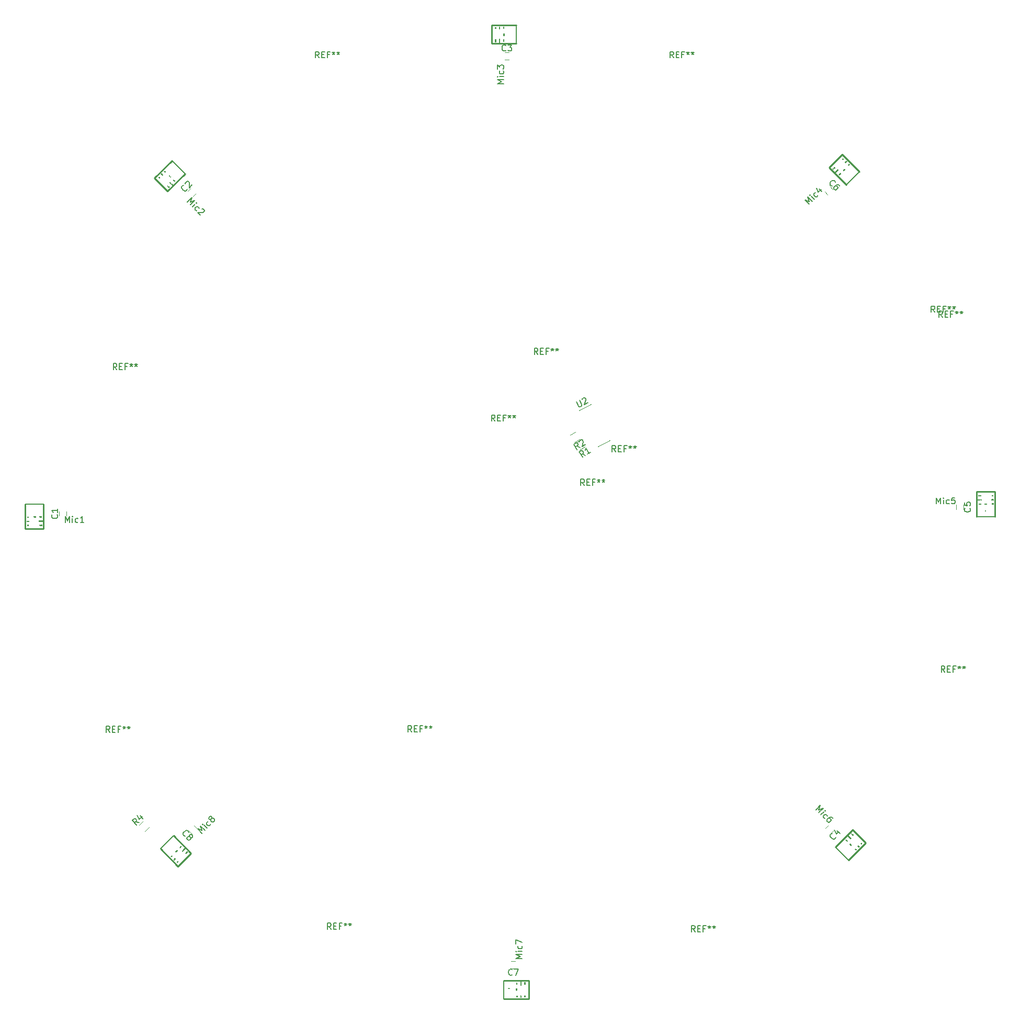
<source format=gbr>
G04 #@! TF.FileFunction,Legend,Top*
%FSLAX46Y46*%
G04 Gerber Fmt 4.6, Leading zero omitted, Abs format (unit mm)*
G04 Created by KiCad (PCBNEW 4.0.7) date 03/16/18 10:32:41*
%MOMM*%
%LPD*%
G01*
G04 APERTURE LIST*
%ADD10C,0.100000*%
%ADD11C,0.200000*%
%ADD12C,0.120000*%
%ADD13C,0.150000*%
%ADD14C,0.250000*%
%ADD15C,0.015000*%
G04 APERTURE END LIST*
D10*
D11*
X126746000Y-178816000D02*
X126873000Y-178816000D01*
X203962000Y-101600000D02*
X203962000Y-101473000D01*
D12*
X53994760Y-102386880D02*
X53994760Y-101686880D01*
X55194760Y-101686880D02*
X55194760Y-102386880D01*
X74828249Y-49823223D02*
X75323223Y-49328249D01*
X76171751Y-50176777D02*
X75676777Y-50671751D01*
X126150000Y-27400000D02*
X126850000Y-27400000D01*
X126850000Y-28600000D02*
X126150000Y-28600000D01*
X179375991Y-153232097D02*
X178881017Y-153727071D01*
X178032489Y-152878543D02*
X178527463Y-152383569D01*
X200434500Y-100615000D02*
X200434500Y-101315000D01*
X199234500Y-101315000D02*
X199234500Y-100615000D01*
X178769257Y-49117329D02*
X179264231Y-49612303D01*
X178415703Y-50460831D02*
X177920729Y-49965857D01*
X127870700Y-175593300D02*
X127170700Y-175593300D01*
X127170700Y-174393300D02*
X127870700Y-174393300D01*
X75484743Y-153838831D02*
X74989769Y-153343857D01*
X75838297Y-152495329D02*
X76333271Y-152990303D01*
X137554041Y-90601744D02*
X138397432Y-90064444D01*
X139128159Y-91211456D02*
X138284768Y-91748756D01*
X136721281Y-89330754D02*
X137573921Y-88808255D01*
X138284519Y-89967846D02*
X137431879Y-90490345D01*
X143149442Y-90206692D02*
X141198019Y-91222539D01*
X140101901Y-84352421D02*
X138150478Y-85368268D01*
X68616826Y-152679679D02*
X67909719Y-153386786D01*
X66948054Y-152425121D02*
X67655161Y-151718014D01*
D13*
X70428932Y-156242641D02*
X72550253Y-154121320D01*
D14*
X72550253Y-154121320D02*
X75378680Y-156949747D01*
X75378680Y-156949747D02*
X73257359Y-159071068D01*
X73257359Y-159071068D02*
X70428932Y-156242641D01*
D13*
X126000000Y-180500000D02*
X126000000Y-177500000D01*
D14*
X126000000Y-177500000D02*
X130000000Y-177500000D01*
X130000000Y-177500000D02*
X130000000Y-180500000D01*
X130000000Y-180500000D02*
X126000000Y-180500000D01*
D13*
X183571068Y-46757359D02*
X181449747Y-48878680D01*
D14*
X181449747Y-48878680D02*
X178621320Y-46050253D01*
X178621320Y-46050253D02*
X180742641Y-43928932D01*
X180742641Y-43928932D02*
X183571068Y-46757359D01*
D13*
X205500000Y-102500000D02*
X202500000Y-102500000D01*
D14*
X202500000Y-102500000D02*
X202500000Y-98500000D01*
X202500000Y-98500000D02*
X205500000Y-98500000D01*
X205500000Y-98500000D02*
X205500000Y-102500000D01*
D13*
X181742641Y-158071068D02*
X179621320Y-155949747D01*
D14*
X179621320Y-155949747D02*
X182449747Y-153121320D01*
X182449747Y-153121320D02*
X184571068Y-155242641D01*
X184571068Y-155242641D02*
X181742641Y-158071068D01*
D13*
X128000000Y-23000000D02*
X128000000Y-26000000D01*
D14*
X128000000Y-26000000D02*
X124000000Y-26000000D01*
X124000000Y-26000000D02*
X124000000Y-23000000D01*
X124000000Y-23000000D02*
X128000000Y-23000000D01*
D13*
X72257359Y-44928932D02*
X74378680Y-47050253D01*
D14*
X74378680Y-47050253D02*
X71550253Y-49878680D01*
X71550253Y-49878680D02*
X69428932Y-47757359D01*
X69428932Y-47757359D02*
X72257359Y-44928932D01*
D13*
X48500000Y-100500000D02*
X51500000Y-100500000D01*
D14*
X51500000Y-100500000D02*
X51500000Y-104500000D01*
X51500000Y-104500000D02*
X48500000Y-104500000D01*
X48500000Y-104500000D02*
X48500000Y-100500000D01*
D13*
X139021987Y-97472761D02*
X138688653Y-96996570D01*
X138450558Y-97472761D02*
X138450558Y-96472761D01*
X138831511Y-96472761D01*
X138926749Y-96520380D01*
X138974368Y-96567999D01*
X139021987Y-96663237D01*
X139021987Y-96806094D01*
X138974368Y-96901332D01*
X138926749Y-96948951D01*
X138831511Y-96996570D01*
X138450558Y-96996570D01*
X139450558Y-96948951D02*
X139783892Y-96948951D01*
X139926749Y-97472761D02*
X139450558Y-97472761D01*
X139450558Y-96472761D01*
X139926749Y-96472761D01*
X140688654Y-96948951D02*
X140355320Y-96948951D01*
X140355320Y-97472761D02*
X140355320Y-96472761D01*
X140831511Y-96472761D01*
X141355320Y-96472761D02*
X141355320Y-96710856D01*
X141117225Y-96615618D02*
X141355320Y-96710856D01*
X141593416Y-96615618D01*
X141212463Y-96901332D02*
X141355320Y-96710856D01*
X141498178Y-96901332D01*
X142117225Y-96472761D02*
X142117225Y-96710856D01*
X141879130Y-96615618D02*
X142117225Y-96710856D01*
X142355321Y-96615618D01*
X141974368Y-96901332D02*
X142117225Y-96710856D01*
X142260083Y-96901332D01*
X62202227Y-137383781D02*
X61868893Y-136907590D01*
X61630798Y-137383781D02*
X61630798Y-136383781D01*
X62011751Y-136383781D01*
X62106989Y-136431400D01*
X62154608Y-136479019D01*
X62202227Y-136574257D01*
X62202227Y-136717114D01*
X62154608Y-136812352D01*
X62106989Y-136859971D01*
X62011751Y-136907590D01*
X61630798Y-136907590D01*
X62630798Y-136859971D02*
X62964132Y-136859971D01*
X63106989Y-137383781D02*
X62630798Y-137383781D01*
X62630798Y-136383781D01*
X63106989Y-136383781D01*
X63868894Y-136859971D02*
X63535560Y-136859971D01*
X63535560Y-137383781D02*
X63535560Y-136383781D01*
X64011751Y-136383781D01*
X64535560Y-136383781D02*
X64535560Y-136621876D01*
X64297465Y-136526638D02*
X64535560Y-136621876D01*
X64773656Y-136526638D01*
X64392703Y-136812352D02*
X64535560Y-136621876D01*
X64678418Y-136812352D01*
X65297465Y-136383781D02*
X65297465Y-136621876D01*
X65059370Y-136526638D02*
X65297465Y-136621876D01*
X65535561Y-136526638D01*
X65154608Y-136812352D02*
X65297465Y-136621876D01*
X65440323Y-136812352D01*
X63355387Y-78758041D02*
X63022053Y-78281850D01*
X62783958Y-78758041D02*
X62783958Y-77758041D01*
X63164911Y-77758041D01*
X63260149Y-77805660D01*
X63307768Y-77853279D01*
X63355387Y-77948517D01*
X63355387Y-78091374D01*
X63307768Y-78186612D01*
X63260149Y-78234231D01*
X63164911Y-78281850D01*
X62783958Y-78281850D01*
X63783958Y-78234231D02*
X64117292Y-78234231D01*
X64260149Y-78758041D02*
X63783958Y-78758041D01*
X63783958Y-77758041D01*
X64260149Y-77758041D01*
X65022054Y-78234231D02*
X64688720Y-78234231D01*
X64688720Y-78758041D02*
X64688720Y-77758041D01*
X65164911Y-77758041D01*
X65688720Y-77758041D02*
X65688720Y-77996136D01*
X65450625Y-77900898D02*
X65688720Y-77996136D01*
X65926816Y-77900898D01*
X65545863Y-78186612D02*
X65688720Y-77996136D01*
X65831578Y-78186612D01*
X66450625Y-77758041D02*
X66450625Y-77996136D01*
X66212530Y-77900898D02*
X66450625Y-77996136D01*
X66688721Y-77900898D01*
X66307768Y-78186612D02*
X66450625Y-77996136D01*
X66593483Y-78186612D01*
X96090907Y-28308561D02*
X95757573Y-27832370D01*
X95519478Y-28308561D02*
X95519478Y-27308561D01*
X95900431Y-27308561D01*
X95995669Y-27356180D01*
X96043288Y-27403799D01*
X96090907Y-27499037D01*
X96090907Y-27641894D01*
X96043288Y-27737132D01*
X95995669Y-27784751D01*
X95900431Y-27832370D01*
X95519478Y-27832370D01*
X96519478Y-27784751D02*
X96852812Y-27784751D01*
X96995669Y-28308561D02*
X96519478Y-28308561D01*
X96519478Y-27308561D01*
X96995669Y-27308561D01*
X97757574Y-27784751D02*
X97424240Y-27784751D01*
X97424240Y-28308561D02*
X97424240Y-27308561D01*
X97900431Y-27308561D01*
X98424240Y-27308561D02*
X98424240Y-27546656D01*
X98186145Y-27451418D02*
X98424240Y-27546656D01*
X98662336Y-27451418D01*
X98281383Y-27737132D02*
X98424240Y-27546656D01*
X98567098Y-27737132D01*
X99186145Y-27308561D02*
X99186145Y-27546656D01*
X98948050Y-27451418D02*
X99186145Y-27546656D01*
X99424241Y-27451418D01*
X99043288Y-27737132D02*
X99186145Y-27546656D01*
X99329003Y-27737132D01*
X153472047Y-28308561D02*
X153138713Y-27832370D01*
X152900618Y-28308561D02*
X152900618Y-27308561D01*
X153281571Y-27308561D01*
X153376809Y-27356180D01*
X153424428Y-27403799D01*
X153472047Y-27499037D01*
X153472047Y-27641894D01*
X153424428Y-27737132D01*
X153376809Y-27784751D01*
X153281571Y-27832370D01*
X152900618Y-27832370D01*
X153900618Y-27784751D02*
X154233952Y-27784751D01*
X154376809Y-28308561D02*
X153900618Y-28308561D01*
X153900618Y-27308561D01*
X154376809Y-27308561D01*
X155138714Y-27784751D02*
X154805380Y-27784751D01*
X154805380Y-28308561D02*
X154805380Y-27308561D01*
X155281571Y-27308561D01*
X155805380Y-27308561D02*
X155805380Y-27546656D01*
X155567285Y-27451418D02*
X155805380Y-27546656D01*
X156043476Y-27451418D01*
X155662523Y-27737132D02*
X155805380Y-27546656D01*
X155948238Y-27737132D01*
X156567285Y-27308561D02*
X156567285Y-27546656D01*
X156329190Y-27451418D02*
X156567285Y-27546656D01*
X156805381Y-27451418D01*
X156424428Y-27737132D02*
X156567285Y-27546656D01*
X156710143Y-27737132D01*
X196989867Y-70287141D02*
X196656533Y-69810950D01*
X196418438Y-70287141D02*
X196418438Y-69287141D01*
X196799391Y-69287141D01*
X196894629Y-69334760D01*
X196942248Y-69382379D01*
X196989867Y-69477617D01*
X196989867Y-69620474D01*
X196942248Y-69715712D01*
X196894629Y-69763331D01*
X196799391Y-69810950D01*
X196418438Y-69810950D01*
X197418438Y-69763331D02*
X197751772Y-69763331D01*
X197894629Y-70287141D02*
X197418438Y-70287141D01*
X197418438Y-69287141D01*
X197894629Y-69287141D01*
X198656534Y-69763331D02*
X198323200Y-69763331D01*
X198323200Y-70287141D02*
X198323200Y-69287141D01*
X198799391Y-69287141D01*
X199323200Y-69287141D02*
X199323200Y-69525236D01*
X199085105Y-69429998D02*
X199323200Y-69525236D01*
X199561296Y-69429998D01*
X199180343Y-69715712D02*
X199323200Y-69525236D01*
X199466058Y-69715712D01*
X200085105Y-69287141D02*
X200085105Y-69525236D01*
X199847010Y-69429998D02*
X200085105Y-69525236D01*
X200323201Y-69429998D01*
X199942248Y-69715712D02*
X200085105Y-69525236D01*
X200227963Y-69715712D01*
X197375947Y-127668281D02*
X197042613Y-127192090D01*
X196804518Y-127668281D02*
X196804518Y-126668281D01*
X197185471Y-126668281D01*
X197280709Y-126715900D01*
X197328328Y-126763519D01*
X197375947Y-126858757D01*
X197375947Y-127001614D01*
X197328328Y-127096852D01*
X197280709Y-127144471D01*
X197185471Y-127192090D01*
X196804518Y-127192090D01*
X197804518Y-127144471D02*
X198137852Y-127144471D01*
X198280709Y-127668281D02*
X197804518Y-127668281D01*
X197804518Y-126668281D01*
X198280709Y-126668281D01*
X199042614Y-127144471D02*
X198709280Y-127144471D01*
X198709280Y-127668281D02*
X198709280Y-126668281D01*
X199185471Y-126668281D01*
X199709280Y-126668281D02*
X199709280Y-126906376D01*
X199471185Y-126811138D02*
X199709280Y-126906376D01*
X199947376Y-126811138D01*
X199566423Y-127096852D02*
X199709280Y-126906376D01*
X199852138Y-127096852D01*
X200471185Y-126668281D02*
X200471185Y-126906376D01*
X200233090Y-126811138D02*
X200471185Y-126906376D01*
X200709281Y-126811138D01*
X200328328Y-127096852D02*
X200471185Y-126906376D01*
X200614043Y-127096852D01*
X156939147Y-169646861D02*
X156605813Y-169170670D01*
X156367718Y-169646861D02*
X156367718Y-168646861D01*
X156748671Y-168646861D01*
X156843909Y-168694480D01*
X156891528Y-168742099D01*
X156939147Y-168837337D01*
X156939147Y-168980194D01*
X156891528Y-169075432D01*
X156843909Y-169123051D01*
X156748671Y-169170670D01*
X156367718Y-169170670D01*
X157367718Y-169123051D02*
X157701052Y-169123051D01*
X157843909Y-169646861D02*
X157367718Y-169646861D01*
X157367718Y-168646861D01*
X157843909Y-168646861D01*
X158605814Y-169123051D02*
X158272480Y-169123051D01*
X158272480Y-169646861D02*
X158272480Y-168646861D01*
X158748671Y-168646861D01*
X159272480Y-168646861D02*
X159272480Y-168884956D01*
X159034385Y-168789718D02*
X159272480Y-168884956D01*
X159510576Y-168789718D01*
X159129623Y-169075432D02*
X159272480Y-168884956D01*
X159415338Y-169075432D01*
X160034385Y-168646861D02*
X160034385Y-168884956D01*
X159796290Y-168789718D02*
X160034385Y-168884956D01*
X160272481Y-168789718D01*
X159891528Y-169075432D02*
X160034385Y-168884956D01*
X160177243Y-169075432D01*
X98016227Y-169260781D02*
X97682893Y-168784590D01*
X97444798Y-169260781D02*
X97444798Y-168260781D01*
X97825751Y-168260781D01*
X97920989Y-168308400D01*
X97968608Y-168356019D01*
X98016227Y-168451257D01*
X98016227Y-168594114D01*
X97968608Y-168689352D01*
X97920989Y-168736971D01*
X97825751Y-168784590D01*
X97444798Y-168784590D01*
X98444798Y-168736971D02*
X98778132Y-168736971D01*
X98920989Y-169260781D02*
X98444798Y-169260781D01*
X98444798Y-168260781D01*
X98920989Y-168260781D01*
X99682894Y-168736971D02*
X99349560Y-168736971D01*
X99349560Y-169260781D02*
X99349560Y-168260781D01*
X99825751Y-168260781D01*
X100349560Y-168260781D02*
X100349560Y-168498876D01*
X100111465Y-168403638D02*
X100349560Y-168498876D01*
X100587656Y-168403638D01*
X100206703Y-168689352D02*
X100349560Y-168498876D01*
X100492418Y-168689352D01*
X101111465Y-168260781D02*
X101111465Y-168498876D01*
X100873370Y-168403638D02*
X101111465Y-168498876D01*
X101349561Y-168403638D01*
X100968608Y-168689352D02*
X101111465Y-168498876D01*
X101254323Y-168689352D01*
X131503587Y-76279001D02*
X131170253Y-75802810D01*
X130932158Y-76279001D02*
X130932158Y-75279001D01*
X131313111Y-75279001D01*
X131408349Y-75326620D01*
X131455968Y-75374239D01*
X131503587Y-75469477D01*
X131503587Y-75612334D01*
X131455968Y-75707572D01*
X131408349Y-75755191D01*
X131313111Y-75802810D01*
X130932158Y-75802810D01*
X131932158Y-75755191D02*
X132265492Y-75755191D01*
X132408349Y-76279001D02*
X131932158Y-76279001D01*
X131932158Y-75279001D01*
X132408349Y-75279001D01*
X133170254Y-75755191D02*
X132836920Y-75755191D01*
X132836920Y-76279001D02*
X132836920Y-75279001D01*
X133313111Y-75279001D01*
X133836920Y-75279001D02*
X133836920Y-75517096D01*
X133598825Y-75421858D02*
X133836920Y-75517096D01*
X134075016Y-75421858D01*
X133694063Y-75707572D02*
X133836920Y-75517096D01*
X133979778Y-75707572D01*
X134598825Y-75279001D02*
X134598825Y-75517096D01*
X134360730Y-75421858D02*
X134598825Y-75517096D01*
X134836921Y-75421858D01*
X134455968Y-75707572D02*
X134598825Y-75517096D01*
X134741683Y-75707572D01*
X124569387Y-87061301D02*
X124236053Y-86585110D01*
X123997958Y-87061301D02*
X123997958Y-86061301D01*
X124378911Y-86061301D01*
X124474149Y-86108920D01*
X124521768Y-86156539D01*
X124569387Y-86251777D01*
X124569387Y-86394634D01*
X124521768Y-86489872D01*
X124474149Y-86537491D01*
X124378911Y-86585110D01*
X123997958Y-86585110D01*
X124997958Y-86537491D02*
X125331292Y-86537491D01*
X125474149Y-87061301D02*
X124997958Y-87061301D01*
X124997958Y-86061301D01*
X125474149Y-86061301D01*
X126236054Y-86537491D02*
X125902720Y-86537491D01*
X125902720Y-87061301D02*
X125902720Y-86061301D01*
X126378911Y-86061301D01*
X126902720Y-86061301D02*
X126902720Y-86299396D01*
X126664625Y-86204158D02*
X126902720Y-86299396D01*
X127140816Y-86204158D01*
X126759863Y-86489872D02*
X126902720Y-86299396D01*
X127045578Y-86489872D01*
X127664625Y-86061301D02*
X127664625Y-86299396D01*
X127426530Y-86204158D02*
X127664625Y-86299396D01*
X127902721Y-86204158D01*
X127521768Y-86489872D02*
X127664625Y-86299396D01*
X127807483Y-86489872D01*
X195763047Y-69456561D02*
X195429713Y-68980370D01*
X195191618Y-69456561D02*
X195191618Y-68456561D01*
X195572571Y-68456561D01*
X195667809Y-68504180D01*
X195715428Y-68551799D01*
X195763047Y-68647037D01*
X195763047Y-68789894D01*
X195715428Y-68885132D01*
X195667809Y-68932751D01*
X195572571Y-68980370D01*
X195191618Y-68980370D01*
X196191618Y-68932751D02*
X196524952Y-68932751D01*
X196667809Y-69456561D02*
X196191618Y-69456561D01*
X196191618Y-68456561D01*
X196667809Y-68456561D01*
X197429714Y-68932751D02*
X197096380Y-68932751D01*
X197096380Y-69456561D02*
X197096380Y-68456561D01*
X197572571Y-68456561D01*
X198096380Y-68456561D02*
X198096380Y-68694656D01*
X197858285Y-68599418D02*
X198096380Y-68694656D01*
X198334476Y-68599418D01*
X197953523Y-68885132D02*
X198096380Y-68694656D01*
X198239238Y-68885132D01*
X198858285Y-68456561D02*
X198858285Y-68694656D01*
X198620190Y-68599418D02*
X198858285Y-68694656D01*
X199096381Y-68599418D01*
X198715428Y-68885132D02*
X198858285Y-68694656D01*
X199001143Y-68885132D01*
X53701903Y-102203546D02*
X53749522Y-102251165D01*
X53797141Y-102394022D01*
X53797141Y-102489260D01*
X53749522Y-102632118D01*
X53654284Y-102727356D01*
X53559046Y-102774975D01*
X53368570Y-102822594D01*
X53225712Y-102822594D01*
X53035236Y-102774975D01*
X52939998Y-102727356D01*
X52844760Y-102632118D01*
X52797141Y-102489260D01*
X52797141Y-102394022D01*
X52844760Y-102251165D01*
X52892379Y-102203546D01*
X53797141Y-101251165D02*
X53797141Y-101822594D01*
X53797141Y-101536880D02*
X52797141Y-101536880D01*
X52939998Y-101632118D01*
X53035236Y-101727356D01*
X53082855Y-101822594D01*
X74750805Y-49486506D02*
X74750805Y-49553849D01*
X74683461Y-49688536D01*
X74616118Y-49755880D01*
X74481430Y-49823224D01*
X74346743Y-49823224D01*
X74245728Y-49789552D01*
X74077370Y-49688537D01*
X73976354Y-49587521D01*
X73875339Y-49419162D01*
X73841667Y-49318147D01*
X73841667Y-49183460D01*
X73909011Y-49048773D01*
X73976354Y-48981429D01*
X74111041Y-48914086D01*
X74178385Y-48914086D01*
X74447758Y-48644712D02*
X74447758Y-48577369D01*
X74481430Y-48476354D01*
X74649789Y-48307994D01*
X74750805Y-48274323D01*
X74818148Y-48274323D01*
X74919163Y-48307994D01*
X74986507Y-48375338D01*
X75053850Y-48510025D01*
X75053850Y-49318147D01*
X75491583Y-48880414D01*
X126333334Y-27107143D02*
X126285715Y-27154762D01*
X126142858Y-27202381D01*
X126047620Y-27202381D01*
X125904762Y-27154762D01*
X125809524Y-27059524D01*
X125761905Y-26964286D01*
X125714286Y-26773810D01*
X125714286Y-26630952D01*
X125761905Y-26440476D01*
X125809524Y-26345238D01*
X125904762Y-26250000D01*
X126047620Y-26202381D01*
X126142858Y-26202381D01*
X126285715Y-26250000D01*
X126333334Y-26297619D01*
X126666667Y-26202381D02*
X127285715Y-26202381D01*
X126952381Y-26583333D01*
X127095239Y-26583333D01*
X127190477Y-26630952D01*
X127238096Y-26678571D01*
X127285715Y-26773810D01*
X127285715Y-27011905D01*
X127238096Y-27107143D01*
X127190477Y-27154762D01*
X127095239Y-27202381D01*
X126809524Y-27202381D01*
X126714286Y-27154762D01*
X126666667Y-27107143D01*
X179722811Y-154309592D02*
X179722811Y-154376935D01*
X179655467Y-154511622D01*
X179588124Y-154578966D01*
X179453436Y-154646310D01*
X179318749Y-154646310D01*
X179217734Y-154612638D01*
X179049376Y-154511623D01*
X178948360Y-154410607D01*
X178847345Y-154242248D01*
X178813673Y-154141233D01*
X178813673Y-154006546D01*
X178881017Y-153871859D01*
X178948360Y-153804515D01*
X179083047Y-153737172D01*
X179150391Y-153737172D01*
X179924841Y-153299439D02*
X180396246Y-153770844D01*
X179487108Y-153198425D02*
X179823826Y-153871860D01*
X180261559Y-153434127D01*
X201441643Y-101131666D02*
X201489262Y-101179285D01*
X201536881Y-101322142D01*
X201536881Y-101417380D01*
X201489262Y-101560238D01*
X201394024Y-101655476D01*
X201298786Y-101703095D01*
X201108310Y-101750714D01*
X200965452Y-101750714D01*
X200774976Y-101703095D01*
X200679738Y-101655476D01*
X200584500Y-101560238D01*
X200536881Y-101417380D01*
X200536881Y-101322142D01*
X200584500Y-101179285D01*
X200632119Y-101131666D01*
X200536881Y-100226904D02*
X200536881Y-100703095D01*
X201013071Y-100750714D01*
X200965452Y-100703095D01*
X200917833Y-100607857D01*
X200917833Y-100369761D01*
X200965452Y-100274523D01*
X201013071Y-100226904D01*
X201108310Y-100179285D01*
X201346405Y-100179285D01*
X201441643Y-100226904D01*
X201489262Y-100274523D01*
X201536881Y-100369761D01*
X201536881Y-100607857D01*
X201489262Y-100703095D01*
X201441643Y-100750714D01*
X179105974Y-49039885D02*
X179038631Y-49039885D01*
X178903944Y-48972541D01*
X178836600Y-48905198D01*
X178769256Y-48770510D01*
X178769256Y-48635823D01*
X178802928Y-48534808D01*
X178903943Y-48366450D01*
X179004959Y-48265434D01*
X179173318Y-48164419D01*
X179274333Y-48130747D01*
X179409020Y-48130747D01*
X179543707Y-48198091D01*
X179611051Y-48265434D01*
X179678394Y-48400121D01*
X179678394Y-48467465D01*
X180351829Y-49006213D02*
X180217141Y-48871525D01*
X180116126Y-48837854D01*
X180048783Y-48837854D01*
X179880424Y-48871525D01*
X179712066Y-48972540D01*
X179442691Y-49241915D01*
X179409020Y-49342930D01*
X179409020Y-49410273D01*
X179442691Y-49511289D01*
X179577379Y-49645976D01*
X179678394Y-49679648D01*
X179745737Y-49679648D01*
X179846753Y-49645976D01*
X180015111Y-49477618D01*
X180048784Y-49376602D01*
X180048784Y-49309258D01*
X180015112Y-49208243D01*
X179880424Y-49073556D01*
X179779409Y-49039884D01*
X179712066Y-49039884D01*
X179611050Y-49073556D01*
X127354034Y-176600443D02*
X127306415Y-176648062D01*
X127163558Y-176695681D01*
X127068320Y-176695681D01*
X126925462Y-176648062D01*
X126830224Y-176552824D01*
X126782605Y-176457586D01*
X126734986Y-176267110D01*
X126734986Y-176124252D01*
X126782605Y-175933776D01*
X126830224Y-175838538D01*
X126925462Y-175743300D01*
X127068320Y-175695681D01*
X127163558Y-175695681D01*
X127306415Y-175743300D01*
X127354034Y-175790919D01*
X127687367Y-175695681D02*
X128354034Y-175695681D01*
X127925462Y-176695681D01*
X74407248Y-154185651D02*
X74339905Y-154185651D01*
X74205218Y-154118307D01*
X74137874Y-154050964D01*
X74070530Y-153916276D01*
X74070530Y-153781589D01*
X74104202Y-153680574D01*
X74205217Y-153512216D01*
X74306233Y-153411200D01*
X74474592Y-153310185D01*
X74575607Y-153276513D01*
X74710294Y-153276513D01*
X74844981Y-153343857D01*
X74912325Y-153411200D01*
X74979668Y-153545887D01*
X74979668Y-153613231D01*
X75148027Y-154252993D02*
X75114355Y-154151978D01*
X75114355Y-154084635D01*
X75148027Y-153983620D01*
X75181698Y-153949948D01*
X75282713Y-153916276D01*
X75350057Y-153916276D01*
X75451072Y-153949948D01*
X75585760Y-154084635D01*
X75619431Y-154185651D01*
X75619431Y-154252994D01*
X75585760Y-154354009D01*
X75552088Y-154387681D01*
X75451073Y-154421353D01*
X75383729Y-154421353D01*
X75282714Y-154387681D01*
X75148027Y-154252993D01*
X75047011Y-154219322D01*
X74979668Y-154219322D01*
X74878652Y-154252994D01*
X74743965Y-154387681D01*
X74710294Y-154488696D01*
X74710294Y-154556039D01*
X74743965Y-154657055D01*
X74878653Y-154791742D01*
X74979668Y-154825414D01*
X75047011Y-154825414D01*
X75148027Y-154791742D01*
X75282713Y-154657055D01*
X75316386Y-154556039D01*
X75316386Y-154488696D01*
X75282714Y-154387681D01*
X139222683Y-92600602D02*
X138685695Y-92378087D01*
X138740745Y-92907630D02*
X138203446Y-92064239D01*
X138524738Y-91859553D01*
X138630647Y-91848543D01*
X138696394Y-91863119D01*
X138787727Y-91917856D01*
X138864484Y-92038341D01*
X138875493Y-92144249D01*
X138860918Y-92209996D01*
X138806180Y-92301329D01*
X138484888Y-92506015D01*
X140025913Y-92088888D02*
X139543975Y-92395916D01*
X139784944Y-92242402D02*
X139247644Y-91399011D01*
X139244078Y-91570667D01*
X139214927Y-91702161D01*
X139160190Y-91793494D01*
X138354785Y-91358429D02*
X137821762Y-91126576D01*
X137867562Y-91657000D02*
X137345063Y-90804360D01*
X137669879Y-90605312D01*
X137775964Y-90596152D01*
X137841447Y-90611873D01*
X137931810Y-90668196D01*
X138006453Y-90790002D01*
X138015613Y-90896086D01*
X137999892Y-90961569D01*
X137943569Y-91051933D01*
X137618753Y-91250980D01*
X138206863Y-90387946D02*
X138222584Y-90322463D01*
X138278907Y-90232099D01*
X138481918Y-90107695D01*
X138588002Y-90098535D01*
X138653485Y-90114256D01*
X138743848Y-90170579D01*
X138793610Y-90251782D01*
X138827651Y-90398469D01*
X138638998Y-91184263D01*
X139166824Y-90860811D01*
X137710611Y-83942681D02*
X138084407Y-84660737D01*
X138170622Y-84723226D01*
X138234848Y-84743477D01*
X138341314Y-84741739D01*
X138510269Y-84653787D01*
X138572758Y-84567572D01*
X138593008Y-84503346D01*
X138591271Y-84396881D01*
X138217474Y-83678824D01*
X138641598Y-83565409D02*
X138661848Y-83501183D01*
X138724337Y-83414968D01*
X138935531Y-83305027D01*
X139041996Y-83303290D01*
X139106223Y-83323541D01*
X139192437Y-83386030D01*
X139236413Y-83470507D01*
X139260139Y-83619211D01*
X139017132Y-84389931D01*
X139566234Y-84104086D01*
X66959166Y-151964827D02*
X66386745Y-151863812D01*
X66555105Y-152368889D02*
X65847998Y-151661782D01*
X66117372Y-151392407D01*
X66218388Y-151358736D01*
X66285731Y-151358736D01*
X66386746Y-151392407D01*
X66487761Y-151493423D01*
X66521433Y-151594438D01*
X66521433Y-151661781D01*
X66487761Y-151762796D01*
X66218387Y-152032171D01*
X67093853Y-150887331D02*
X67565258Y-151358736D01*
X66656120Y-150786317D02*
X66992838Y-151459752D01*
X67430571Y-151022019D01*
X77129611Y-153717259D02*
X76422504Y-153010152D01*
X77163283Y-153279526D01*
X76893909Y-152538747D01*
X77601015Y-153245854D01*
X77937733Y-152909137D02*
X77466328Y-152437732D01*
X77230626Y-152202030D02*
X77230626Y-152269373D01*
X77297969Y-152269373D01*
X77297969Y-152202030D01*
X77230626Y-152202030D01*
X77297969Y-152269373D01*
X78543824Y-152235702D02*
X78510153Y-152336717D01*
X78375465Y-152471404D01*
X78274450Y-152505076D01*
X78207106Y-152505076D01*
X78106091Y-152471404D01*
X77904060Y-152269373D01*
X77870389Y-152168358D01*
X77870389Y-152101015D01*
X77904060Y-152000000D01*
X78038748Y-151865312D01*
X78139763Y-151831640D01*
X78577495Y-151461251D02*
X78476480Y-151494923D01*
X78409137Y-151494923D01*
X78308122Y-151461251D01*
X78274450Y-151427580D01*
X78240778Y-151326565D01*
X78240778Y-151259221D01*
X78274450Y-151158206D01*
X78409137Y-151023518D01*
X78510153Y-150989847D01*
X78577496Y-150989847D01*
X78678511Y-151023518D01*
X78712183Y-151057190D01*
X78745855Y-151158205D01*
X78745855Y-151225549D01*
X78712183Y-151326564D01*
X78577495Y-151461251D01*
X78543824Y-151562267D01*
X78543824Y-151629610D01*
X78577496Y-151730626D01*
X78712183Y-151865313D01*
X78813198Y-151898984D01*
X78880541Y-151898984D01*
X78981557Y-151865313D01*
X79116244Y-151730625D01*
X79149916Y-151629610D01*
X79149916Y-151562267D01*
X79116244Y-151461251D01*
X78981557Y-151326565D01*
X78880541Y-151292892D01*
X78813198Y-151292892D01*
X78712183Y-151326564D01*
D15*
X72854124Y-156598501D02*
X72841295Y-156602777D01*
X72828466Y-156615606D01*
X72819913Y-156632711D01*
X72819913Y-156649816D01*
X72824189Y-156662645D01*
X72837018Y-156684027D01*
X72849847Y-156696857D01*
X72871229Y-156709685D01*
X72884058Y-156713961D01*
X72901163Y-156713961D01*
X72918268Y-156705408D01*
X72926821Y-156696856D01*
X72935374Y-156679751D01*
X72935374Y-156671198D01*
X72905440Y-156641264D01*
X72888334Y-156658369D01*
X72982413Y-156641264D02*
X72892610Y-156551461D01*
X73033729Y-156589948D01*
X72943926Y-156500145D01*
X73076492Y-156547185D02*
X72986689Y-156457382D01*
X73008071Y-156436001D01*
X73025176Y-156427448D01*
X73042281Y-156427448D01*
X73055110Y-156431724D01*
X73076492Y-156444553D01*
X73089322Y-156457382D01*
X73102150Y-156478764D01*
X73106426Y-156491593D01*
X73106426Y-156508698D01*
X73097873Y-156525803D01*
X73076492Y-156547185D01*
X72066272Y-157448510D02*
X72177456Y-157516931D01*
X72130416Y-157435681D01*
X72211666Y-157482720D01*
X72143245Y-157371536D01*
X72258706Y-157427129D02*
X72275811Y-157418576D01*
X72297192Y-157397194D01*
X72301470Y-157384365D01*
X72301469Y-157375813D01*
X72297193Y-157362984D01*
X72288641Y-157354431D01*
X72275811Y-157350155D01*
X72267259Y-157350155D01*
X72254429Y-157354431D01*
X72233049Y-157367260D01*
X72220219Y-157371536D01*
X72211666Y-157371536D01*
X72198837Y-157367260D01*
X72190285Y-157358708D01*
X72186009Y-157345879D01*
X72186009Y-157337325D01*
X72190285Y-157324496D01*
X72211666Y-157303115D01*
X72228772Y-157294562D01*
X72584278Y-158034937D02*
X72601383Y-158026384D01*
X72622765Y-158005003D01*
X72627042Y-157992174D01*
X72627041Y-157983621D01*
X72622765Y-157970792D01*
X72614213Y-157962240D01*
X72601383Y-157957963D01*
X72592831Y-157957963D01*
X72580002Y-157962240D01*
X72558621Y-157975069D01*
X72545792Y-157979345D01*
X72537239Y-157979345D01*
X72524410Y-157975069D01*
X72515857Y-157966516D01*
X72511581Y-157953687D01*
X72511581Y-157945134D01*
X72515857Y-157932305D01*
X72537239Y-157910924D01*
X72554344Y-157902371D01*
X72721120Y-157889542D02*
X72721120Y-157898095D01*
X72712567Y-157915200D01*
X72704015Y-157923753D01*
X72686910Y-157932306D01*
X72669805Y-157932306D01*
X72656975Y-157928029D01*
X72635594Y-157915201D01*
X72622765Y-157902372D01*
X72609936Y-157880990D01*
X72605660Y-157868161D01*
X72605660Y-157851056D01*
X72614212Y-157833950D01*
X72622765Y-157825398D01*
X72639870Y-157816845D01*
X72648423Y-157816845D01*
X72768159Y-157859608D02*
X72678357Y-157769806D01*
X72819475Y-157808292D02*
X72729673Y-157795464D01*
X72729673Y-157718489D02*
X72729673Y-157821122D01*
X73110011Y-158428443D02*
X73127116Y-158419890D01*
X73148498Y-158398509D01*
X73152775Y-158385679D01*
X73152774Y-158377127D01*
X73148499Y-158364298D01*
X73139946Y-158355746D01*
X73127116Y-158351469D01*
X73118565Y-158351469D01*
X73105735Y-158355746D01*
X73084354Y-158368575D01*
X73071525Y-158372850D01*
X73062972Y-158372850D01*
X73050143Y-158368575D01*
X73041590Y-158360022D01*
X73037315Y-158347193D01*
X73037315Y-158338640D01*
X73041590Y-158325811D01*
X73062972Y-158304429D01*
X73080078Y-158295877D01*
X73204090Y-158342916D02*
X73114287Y-158253114D01*
X73135669Y-158231732D01*
X73152774Y-158223180D01*
X73169879Y-158223180D01*
X73182708Y-158227456D01*
X73204091Y-158240285D01*
X73216920Y-158253114D01*
X73229748Y-158274495D01*
X73234025Y-158287325D01*
X73234025Y-158304430D01*
X73225471Y-158321535D01*
X73204090Y-158342916D01*
X74416156Y-156937103D02*
X74527340Y-157005524D01*
X74480300Y-156924274D01*
X74561550Y-156971313D01*
X74493129Y-156860129D01*
X74617142Y-156915721D02*
X74527340Y-156825919D01*
X74651353Y-156872959D02*
X74668458Y-156864406D01*
X74689839Y-156843024D01*
X74694117Y-156830195D01*
X74694116Y-156821643D01*
X74689840Y-156808814D01*
X74681287Y-156800261D01*
X74668458Y-156795985D01*
X74659906Y-156795985D01*
X74647076Y-156800261D01*
X74625695Y-156813090D01*
X74612866Y-156817366D01*
X74604313Y-156817366D01*
X74591484Y-156813090D01*
X74582932Y-156804538D01*
X74578656Y-156791709D01*
X74578656Y-156783156D01*
X74582932Y-156770327D01*
X74604313Y-156748945D01*
X74621419Y-156740393D01*
X74672734Y-156680524D02*
X74689839Y-156663419D01*
X74702668Y-156659143D01*
X74719774Y-156659142D01*
X74741155Y-156671972D01*
X74771089Y-156701906D01*
X74783919Y-156723288D01*
X74783918Y-156740393D01*
X74779642Y-156753222D01*
X74762537Y-156770327D01*
X74749708Y-156774604D01*
X74732603Y-156774604D01*
X74711221Y-156761775D01*
X74681287Y-156731841D01*
X74668458Y-156710459D01*
X74668458Y-156693354D01*
X74672734Y-156680524D01*
X74002263Y-156594257D02*
X74002263Y-156602810D01*
X73993710Y-156619915D01*
X73985158Y-156628468D01*
X73968053Y-156637021D01*
X73950948Y-156637021D01*
X73938118Y-156632744D01*
X73916737Y-156619916D01*
X73903908Y-156607087D01*
X73891079Y-156585705D01*
X73886803Y-156572876D01*
X73886803Y-156555771D01*
X73895355Y-156538665D01*
X73903908Y-156530113D01*
X73921013Y-156521560D01*
X73929566Y-156521560D01*
X73976605Y-156457415D02*
X73993710Y-156440310D01*
X74006539Y-156436034D01*
X74023645Y-156436034D01*
X74045026Y-156448863D01*
X74074960Y-156478797D01*
X74087790Y-156500179D01*
X74087789Y-156517284D01*
X74083513Y-156530113D01*
X74066408Y-156547218D01*
X74053579Y-156551495D01*
X74036474Y-156551495D01*
X74015092Y-156538666D01*
X73985158Y-156508732D01*
X73972329Y-156487350D01*
X73972329Y-156470245D01*
X73976605Y-156457415D01*
X74143381Y-156470244D02*
X74053579Y-156380442D01*
X74194697Y-156418928D01*
X74104895Y-156329125D01*
X74220356Y-156299192D02*
X74190422Y-156329126D01*
X74237460Y-156376165D02*
X74147658Y-156286362D01*
X74190421Y-156243599D01*
X74314434Y-156299191D02*
X74224631Y-156209389D01*
X74318711Y-156123863D02*
X74305882Y-156128139D01*
X74293052Y-156140968D01*
X74284500Y-156158073D01*
X74284500Y-156175178D01*
X74288776Y-156188007D01*
X74301605Y-156209390D01*
X74314434Y-156222219D01*
X74335815Y-156235047D01*
X74348645Y-156239324D01*
X74365750Y-156239324D01*
X74382855Y-156230770D01*
X74391407Y-156222218D01*
X74399961Y-156205113D01*
X74399961Y-156196560D01*
X74370027Y-156166626D01*
X74352921Y-156183732D01*
X73477354Y-155995002D02*
X73597091Y-156054870D01*
X73537222Y-155935133D01*
X73656959Y-155995002D02*
X73567156Y-155905199D01*
X73588538Y-155883818D01*
X73605643Y-155875265D01*
X73622748Y-155875265D01*
X73635577Y-155879541D01*
X73656959Y-155892370D01*
X73669788Y-155905199D01*
X73682617Y-155926581D01*
X73686893Y-155939410D01*
X73686893Y-155956515D01*
X73678340Y-155973620D01*
X73656959Y-155995002D01*
X73746761Y-155905199D02*
X73656959Y-155815397D01*
X73678340Y-155794015D01*
X73695446Y-155785463D01*
X73712551Y-155785463D01*
X73725380Y-155789738D01*
X73746762Y-155802567D01*
X73759591Y-155815397D01*
X73772419Y-155836778D01*
X73776696Y-155849608D01*
X73776696Y-155866713D01*
X73768143Y-155883818D01*
X73746761Y-155905199D01*
D13*
X128952381Y-173976190D02*
X127952381Y-173976190D01*
X128666667Y-173642856D01*
X127952381Y-173309523D01*
X128952381Y-173309523D01*
X128952381Y-172833333D02*
X128285714Y-172833333D01*
X127952381Y-172833333D02*
X128000000Y-172880952D01*
X128047619Y-172833333D01*
X128000000Y-172785714D01*
X127952381Y-172833333D01*
X128047619Y-172833333D01*
X128904762Y-171928571D02*
X128952381Y-172023809D01*
X128952381Y-172214286D01*
X128904762Y-172309524D01*
X128857143Y-172357143D01*
X128761905Y-172404762D01*
X128476190Y-172404762D01*
X128380952Y-172357143D01*
X128333333Y-172309524D01*
X128285714Y-172214286D01*
X128285714Y-172023809D01*
X128333333Y-171928571D01*
X127952381Y-171595238D02*
X127952381Y-170928571D01*
X128952381Y-171357143D01*
D15*
X127966500Y-179036762D02*
X127960452Y-179048857D01*
X127960452Y-179067000D01*
X127966500Y-179085143D01*
X127978595Y-179097238D01*
X127990690Y-179103286D01*
X128014881Y-179109334D01*
X128033024Y-179109334D01*
X128057214Y-179103286D01*
X128069310Y-179097238D01*
X128081405Y-179085143D01*
X128087452Y-179067000D01*
X128087452Y-179054905D01*
X128081405Y-179036762D01*
X128075357Y-179030714D01*
X128033024Y-179030714D01*
X128033024Y-179054905D01*
X128087452Y-178976286D02*
X127960452Y-178976286D01*
X128087452Y-178903714D01*
X127960452Y-178903714D01*
X128087452Y-178843238D02*
X127960452Y-178843238D01*
X127960452Y-178813000D01*
X127966500Y-178794857D01*
X127978595Y-178782762D01*
X127990690Y-178776714D01*
X128014881Y-178770666D01*
X128033024Y-178770666D01*
X128057214Y-178776714D01*
X128069310Y-178782762D01*
X128081405Y-178794857D01*
X128087452Y-178813000D01*
X128087452Y-178843238D01*
X128010452Y-180194904D02*
X128137452Y-180164666D01*
X128046738Y-180140476D01*
X128137452Y-180116285D01*
X128010452Y-180086047D01*
X128131405Y-180043714D02*
X128137452Y-180025571D01*
X128137452Y-179995333D01*
X128131405Y-179983237D01*
X128125357Y-179977190D01*
X128113262Y-179971142D01*
X128101167Y-179971142D01*
X128089071Y-179977190D01*
X128083024Y-179983237D01*
X128076976Y-179995333D01*
X128070929Y-180019523D01*
X128064881Y-180031618D01*
X128058833Y-180037666D01*
X128046738Y-180043714D01*
X128034643Y-180043714D01*
X128022548Y-180037666D01*
X128016500Y-180031618D01*
X128010452Y-180019523D01*
X128010452Y-179989285D01*
X128016500Y-179971142D01*
X128791405Y-180243286D02*
X128797452Y-180225143D01*
X128797452Y-180194905D01*
X128791405Y-180182809D01*
X128785357Y-180176762D01*
X128773262Y-180170714D01*
X128761167Y-180170714D01*
X128749071Y-180176762D01*
X128743024Y-180182809D01*
X128736976Y-180194905D01*
X128730929Y-180219095D01*
X128724881Y-180231190D01*
X128718833Y-180237238D01*
X128706738Y-180243286D01*
X128694643Y-180243286D01*
X128682548Y-180237238D01*
X128676500Y-180231190D01*
X128670452Y-180219095D01*
X128670452Y-180188857D01*
X128676500Y-180170714D01*
X128785357Y-180043714D02*
X128791405Y-180049762D01*
X128797452Y-180067905D01*
X128797452Y-180080000D01*
X128791405Y-180098143D01*
X128779310Y-180110238D01*
X128767214Y-180116286D01*
X128743024Y-180122334D01*
X128724881Y-180122334D01*
X128700690Y-180116286D01*
X128688595Y-180110238D01*
X128676500Y-180098143D01*
X128670452Y-180080000D01*
X128670452Y-180067905D01*
X128676500Y-180049762D01*
X128682548Y-180043714D01*
X128797452Y-179989286D02*
X128670452Y-179989286D01*
X128797452Y-179916714D02*
X128724881Y-179971143D01*
X128670452Y-179916714D02*
X128743024Y-179989286D01*
X129441405Y-180149786D02*
X129447452Y-180131643D01*
X129447452Y-180101405D01*
X129441405Y-180089309D01*
X129435357Y-180083262D01*
X129423262Y-180077214D01*
X129411167Y-180077214D01*
X129399071Y-180083262D01*
X129393024Y-180089309D01*
X129386976Y-180101405D01*
X129380929Y-180125595D01*
X129374881Y-180137690D01*
X129368833Y-180143738D01*
X129356738Y-180149786D01*
X129344643Y-180149786D01*
X129332548Y-180143738D01*
X129326500Y-180137690D01*
X129320452Y-180125595D01*
X129320452Y-180095357D01*
X129326500Y-180077214D01*
X129447452Y-180022786D02*
X129320452Y-180022786D01*
X129320452Y-179992548D01*
X129326500Y-179974405D01*
X129338595Y-179962310D01*
X129350690Y-179956262D01*
X129374881Y-179950214D01*
X129393024Y-179950214D01*
X129417214Y-179956262D01*
X129429310Y-179962310D01*
X129441405Y-179974405D01*
X129447452Y-179992548D01*
X129447452Y-180022786D01*
X129310452Y-178171666D02*
X129437452Y-178141428D01*
X129346738Y-178117238D01*
X129437452Y-178093047D01*
X129310452Y-178062809D01*
X129437452Y-178014428D02*
X129310452Y-178014428D01*
X129431405Y-177960000D02*
X129437452Y-177941857D01*
X129437452Y-177911619D01*
X129431405Y-177899523D01*
X129425357Y-177893476D01*
X129413262Y-177887428D01*
X129401167Y-177887428D01*
X129389071Y-177893476D01*
X129383024Y-177899523D01*
X129376976Y-177911619D01*
X129370929Y-177935809D01*
X129364881Y-177947904D01*
X129358833Y-177953952D01*
X129346738Y-177960000D01*
X129334643Y-177960000D01*
X129322548Y-177953952D01*
X129316500Y-177947904D01*
X129310452Y-177935809D01*
X129310452Y-177905571D01*
X129316500Y-177887428D01*
X129310452Y-177808809D02*
X129310452Y-177784619D01*
X129316500Y-177772524D01*
X129328595Y-177760428D01*
X129352786Y-177754381D01*
X129395119Y-177754381D01*
X129419310Y-177760428D01*
X129431405Y-177772524D01*
X129437452Y-177784619D01*
X129437452Y-177808809D01*
X129431405Y-177820905D01*
X129419310Y-177833000D01*
X129395119Y-177839048D01*
X129352786Y-177839048D01*
X129328595Y-177833000D01*
X129316500Y-177820905D01*
X129310452Y-177808809D01*
X128775357Y-178221904D02*
X128781405Y-178227952D01*
X128787452Y-178246095D01*
X128787452Y-178258190D01*
X128781405Y-178276333D01*
X128769310Y-178288428D01*
X128757214Y-178294476D01*
X128733024Y-178300524D01*
X128714881Y-178300524D01*
X128690690Y-178294476D01*
X128678595Y-178288428D01*
X128666500Y-178276333D01*
X128660452Y-178258190D01*
X128660452Y-178246095D01*
X128666500Y-178227952D01*
X128672548Y-178221904D01*
X128660452Y-178143285D02*
X128660452Y-178119095D01*
X128666500Y-178107000D01*
X128678595Y-178094904D01*
X128702786Y-178088857D01*
X128745119Y-178088857D01*
X128769310Y-178094904D01*
X128781405Y-178107000D01*
X128787452Y-178119095D01*
X128787452Y-178143285D01*
X128781405Y-178155381D01*
X128769310Y-178167476D01*
X128745119Y-178173524D01*
X128702786Y-178173524D01*
X128678595Y-178167476D01*
X128666500Y-178155381D01*
X128660452Y-178143285D01*
X128787452Y-178034428D02*
X128660452Y-178034428D01*
X128787452Y-177961856D01*
X128660452Y-177961856D01*
X128720929Y-177859047D02*
X128720929Y-177901380D01*
X128787452Y-177901380D02*
X128660452Y-177901380D01*
X128660452Y-177840904D01*
X128787452Y-177792523D02*
X128660452Y-177792523D01*
X128666500Y-177665523D02*
X128660452Y-177677618D01*
X128660452Y-177695761D01*
X128666500Y-177713904D01*
X128678595Y-177725999D01*
X128690690Y-177732047D01*
X128714881Y-177738095D01*
X128733024Y-177738095D01*
X128757214Y-177732047D01*
X128769310Y-177725999D01*
X128781405Y-177713904D01*
X128787452Y-177695761D01*
X128787452Y-177683666D01*
X128781405Y-177665523D01*
X128775357Y-177659475D01*
X128733024Y-177659475D01*
X128733024Y-177683666D01*
X127980452Y-178169333D02*
X128107452Y-178126999D01*
X127980452Y-178084666D01*
X128107452Y-178042333D02*
X127980452Y-178042333D01*
X127980452Y-178012095D01*
X127986500Y-177993952D01*
X127998595Y-177981857D01*
X128010690Y-177975809D01*
X128034881Y-177969761D01*
X128053024Y-177969761D01*
X128077214Y-177975809D01*
X128089310Y-177981857D01*
X128101405Y-177993952D01*
X128107452Y-178012095D01*
X128107452Y-178042333D01*
X128107452Y-177915333D02*
X127980452Y-177915333D01*
X127980452Y-177885095D01*
X127986500Y-177866952D01*
X127998595Y-177854857D01*
X128010690Y-177848809D01*
X128034881Y-177842761D01*
X128053024Y-177842761D01*
X128077214Y-177848809D01*
X128089310Y-177854857D01*
X128101405Y-177866952D01*
X128107452Y-177885095D01*
X128107452Y-177915333D01*
D13*
X175422505Y-52010153D02*
X174715398Y-51303046D01*
X175456177Y-51572420D01*
X175186803Y-50831641D01*
X175893909Y-51538748D01*
X176230627Y-51202031D02*
X175759222Y-50730626D01*
X175523520Y-50494924D02*
X175523520Y-50562267D01*
X175590863Y-50562267D01*
X175590863Y-50494924D01*
X175523520Y-50494924D01*
X175590863Y-50562267D01*
X176836718Y-50528596D02*
X176803047Y-50629611D01*
X176668359Y-50764298D01*
X176567344Y-50797970D01*
X176500000Y-50797970D01*
X176398985Y-50764298D01*
X176196954Y-50562267D01*
X176163283Y-50461252D01*
X176163283Y-50393909D01*
X176196954Y-50292894D01*
X176331642Y-50158206D01*
X176432657Y-50124534D01*
X177005077Y-49484771D02*
X177476482Y-49956176D01*
X176567344Y-49383757D02*
X176904062Y-50057192D01*
X177341795Y-49619459D01*
D15*
X180919232Y-46448539D02*
X180906403Y-46452815D01*
X180893574Y-46465644D01*
X180885021Y-46482749D01*
X180885021Y-46499854D01*
X180889297Y-46512683D01*
X180902126Y-46534065D01*
X180914955Y-46546895D01*
X180936337Y-46559723D01*
X180949166Y-46563999D01*
X180966271Y-46563999D01*
X180983376Y-46555446D01*
X180991929Y-46546894D01*
X181000482Y-46529789D01*
X181000482Y-46521236D01*
X180970548Y-46491302D01*
X180953442Y-46508407D01*
X181047521Y-46491302D02*
X180957718Y-46401499D01*
X181098837Y-46439986D01*
X181009034Y-46350183D01*
X181141600Y-46397223D02*
X181051797Y-46307420D01*
X181073179Y-46286039D01*
X181090284Y-46277486D01*
X181107389Y-46277486D01*
X181120218Y-46281762D01*
X181141600Y-46294591D01*
X181154430Y-46307420D01*
X181167258Y-46328802D01*
X181171534Y-46341631D01*
X181171534Y-46358736D01*
X181162981Y-46375841D01*
X181141600Y-46397223D01*
X181672874Y-45615634D02*
X181784058Y-45684055D01*
X181737018Y-45602805D01*
X181818268Y-45649844D01*
X181749847Y-45538660D01*
X181865308Y-45594253D02*
X181882413Y-45585700D01*
X181903794Y-45564318D01*
X181908072Y-45551489D01*
X181908071Y-45542937D01*
X181903795Y-45530108D01*
X181895243Y-45521555D01*
X181882413Y-45517279D01*
X181873861Y-45517279D01*
X181861031Y-45521555D01*
X181839651Y-45534384D01*
X181826821Y-45538660D01*
X181818268Y-45538660D01*
X181805439Y-45534384D01*
X181796887Y-45525832D01*
X181792611Y-45513003D01*
X181792611Y-45504449D01*
X181796887Y-45491620D01*
X181818268Y-45470239D01*
X181835374Y-45461686D01*
X181257498Y-45268681D02*
X181274603Y-45260128D01*
X181295985Y-45238747D01*
X181300262Y-45225918D01*
X181300261Y-45217365D01*
X181295985Y-45204536D01*
X181287433Y-45195984D01*
X181274603Y-45191707D01*
X181266051Y-45191707D01*
X181253222Y-45195984D01*
X181231841Y-45208813D01*
X181219012Y-45213089D01*
X181210459Y-45213089D01*
X181197630Y-45208813D01*
X181189077Y-45200260D01*
X181184801Y-45187431D01*
X181184801Y-45178878D01*
X181189077Y-45166049D01*
X181210459Y-45144668D01*
X181227564Y-45136115D01*
X181394340Y-45123286D02*
X181394340Y-45131839D01*
X181385787Y-45148944D01*
X181377235Y-45157497D01*
X181360130Y-45166050D01*
X181343025Y-45166050D01*
X181330195Y-45161773D01*
X181308814Y-45148945D01*
X181295985Y-45136116D01*
X181283156Y-45114734D01*
X181278880Y-45101905D01*
X181278880Y-45084800D01*
X181287432Y-45067694D01*
X181295985Y-45059142D01*
X181313090Y-45050589D01*
X181321643Y-45050589D01*
X181441379Y-45093352D02*
X181351577Y-45003550D01*
X181492695Y-45042036D02*
X181402893Y-45029208D01*
X181402893Y-44952233D02*
X181402893Y-45054866D01*
X180821567Y-44785373D02*
X180838672Y-44776820D01*
X180860054Y-44755439D01*
X180864331Y-44742609D01*
X180864330Y-44734057D01*
X180860055Y-44721228D01*
X180851502Y-44712676D01*
X180838672Y-44708399D01*
X180830121Y-44708399D01*
X180817291Y-44712676D01*
X180795910Y-44725505D01*
X180783081Y-44729780D01*
X180774528Y-44729780D01*
X180761699Y-44725505D01*
X180753146Y-44716952D01*
X180748871Y-44704123D01*
X180748871Y-44695570D01*
X180753146Y-44682741D01*
X180774528Y-44661359D01*
X180791634Y-44652807D01*
X180915646Y-44699846D02*
X180825843Y-44610044D01*
X180847225Y-44588662D01*
X180864330Y-44580110D01*
X180881435Y-44580110D01*
X180894264Y-44584386D01*
X180915647Y-44597215D01*
X180928476Y-44610044D01*
X180941304Y-44631425D01*
X180945581Y-44644255D01*
X180945581Y-44661360D01*
X180937027Y-44678465D01*
X180915646Y-44699846D01*
X179186148Y-46263883D02*
X179297332Y-46332304D01*
X179250292Y-46251054D01*
X179331542Y-46298093D01*
X179263121Y-46186909D01*
X179387134Y-46242501D02*
X179297332Y-46152699D01*
X179421345Y-46199739D02*
X179438450Y-46191186D01*
X179459831Y-46169804D01*
X179464109Y-46156975D01*
X179464108Y-46148423D01*
X179459832Y-46135594D01*
X179451279Y-46127041D01*
X179438450Y-46122765D01*
X179429898Y-46122765D01*
X179417068Y-46127041D01*
X179395687Y-46139870D01*
X179382858Y-46144146D01*
X179374305Y-46144146D01*
X179361476Y-46139870D01*
X179352924Y-46131318D01*
X179348648Y-46118489D01*
X179348648Y-46109936D01*
X179352924Y-46097107D01*
X179374305Y-46075725D01*
X179391411Y-46067173D01*
X179442726Y-46007304D02*
X179459831Y-45990199D01*
X179472660Y-45985923D01*
X179489766Y-45985922D01*
X179511147Y-45998752D01*
X179541081Y-46028686D01*
X179553911Y-46050068D01*
X179553910Y-46067173D01*
X179549634Y-46080002D01*
X179532529Y-46097107D01*
X179519700Y-46101384D01*
X179502595Y-46101384D01*
X179481213Y-46088555D01*
X179451279Y-46058621D01*
X179438450Y-46037239D01*
X179438450Y-46020134D01*
X179442726Y-46007304D01*
X179719777Y-46811991D02*
X179719777Y-46820544D01*
X179711224Y-46837649D01*
X179702672Y-46846202D01*
X179685567Y-46854755D01*
X179668462Y-46854755D01*
X179655632Y-46850478D01*
X179634251Y-46837650D01*
X179621422Y-46824821D01*
X179608593Y-46803439D01*
X179604317Y-46790610D01*
X179604317Y-46773505D01*
X179612869Y-46756399D01*
X179621422Y-46747847D01*
X179638527Y-46739294D01*
X179647080Y-46739294D01*
X179694119Y-46675149D02*
X179711224Y-46658044D01*
X179724053Y-46653768D01*
X179741159Y-46653768D01*
X179762540Y-46666597D01*
X179792474Y-46696531D01*
X179805304Y-46717913D01*
X179805303Y-46735018D01*
X179801027Y-46747847D01*
X179783922Y-46764952D01*
X179771093Y-46769229D01*
X179753988Y-46769229D01*
X179732606Y-46756400D01*
X179702672Y-46726466D01*
X179689843Y-46705084D01*
X179689843Y-46687979D01*
X179694119Y-46675149D01*
X179860895Y-46687978D02*
X179771093Y-46598176D01*
X179912211Y-46636662D01*
X179822409Y-46546859D01*
X179937870Y-46516926D02*
X179907936Y-46546860D01*
X179954974Y-46593899D02*
X179865172Y-46504096D01*
X179907935Y-46461333D01*
X180031948Y-46516925D02*
X179942145Y-46427123D01*
X180036225Y-46341597D02*
X180023396Y-46345873D01*
X180010566Y-46358702D01*
X180002014Y-46375807D01*
X180002014Y-46392912D01*
X180006290Y-46405741D01*
X180019119Y-46427124D01*
X180031948Y-46439953D01*
X180053329Y-46452781D01*
X180066159Y-46457058D01*
X180083264Y-46457058D01*
X180100369Y-46448504D01*
X180108921Y-46439952D01*
X180117475Y-46422847D01*
X180117475Y-46414294D01*
X180087541Y-46384360D01*
X180070435Y-46401466D01*
X180184818Y-47146116D02*
X180304555Y-47205984D01*
X180244686Y-47086247D01*
X180364423Y-47146116D02*
X180274620Y-47056313D01*
X180296002Y-47034932D01*
X180313107Y-47026379D01*
X180330212Y-47026379D01*
X180343041Y-47030655D01*
X180364423Y-47043484D01*
X180377252Y-47056313D01*
X180390081Y-47077695D01*
X180394357Y-47090524D01*
X180394357Y-47107629D01*
X180385804Y-47124734D01*
X180364423Y-47146116D01*
X180454225Y-47056313D02*
X180364423Y-46966511D01*
X180385804Y-46945129D01*
X180402910Y-46936577D01*
X180420015Y-46936577D01*
X180432844Y-46940852D01*
X180454226Y-46953681D01*
X180467055Y-46966511D01*
X180479883Y-46987892D01*
X180484160Y-47000722D01*
X180484160Y-47017827D01*
X180475607Y-47034932D01*
X180454225Y-47056313D01*
D13*
X196023810Y-100452381D02*
X196023810Y-99452381D01*
X196357144Y-100166667D01*
X196690477Y-99452381D01*
X196690477Y-100452381D01*
X197166667Y-100452381D02*
X197166667Y-99785714D01*
X197166667Y-99452381D02*
X197119048Y-99500000D01*
X197166667Y-99547619D01*
X197214286Y-99500000D01*
X197166667Y-99452381D01*
X197166667Y-99547619D01*
X198071429Y-100404762D02*
X197976191Y-100452381D01*
X197785714Y-100452381D01*
X197690476Y-100404762D01*
X197642857Y-100357143D01*
X197595238Y-100261905D01*
X197595238Y-99976190D01*
X197642857Y-99880952D01*
X197690476Y-99833333D01*
X197785714Y-99785714D01*
X197976191Y-99785714D01*
X198071429Y-99833333D01*
X198976191Y-99452381D02*
X198500000Y-99452381D01*
X198452381Y-99928571D01*
X198500000Y-99880952D01*
X198595238Y-99833333D01*
X198833334Y-99833333D01*
X198928572Y-99880952D01*
X198976191Y-99928571D01*
X199023810Y-100023810D01*
X199023810Y-100261905D01*
X198976191Y-100357143D01*
X198928572Y-100404762D01*
X198833334Y-100452381D01*
X198595238Y-100452381D01*
X198500000Y-100404762D01*
X198452381Y-100357143D01*
D15*
X203843238Y-100406500D02*
X203831143Y-100400452D01*
X203813000Y-100400452D01*
X203794857Y-100406500D01*
X203782762Y-100418595D01*
X203776714Y-100430690D01*
X203770666Y-100454881D01*
X203770666Y-100473024D01*
X203776714Y-100497214D01*
X203782762Y-100509310D01*
X203794857Y-100521405D01*
X203813000Y-100527452D01*
X203825095Y-100527452D01*
X203843238Y-100521405D01*
X203849286Y-100515357D01*
X203849286Y-100473024D01*
X203825095Y-100473024D01*
X203903714Y-100527452D02*
X203903714Y-100400452D01*
X203976286Y-100527452D01*
X203976286Y-100400452D01*
X204036762Y-100527452D02*
X204036762Y-100400452D01*
X204067000Y-100400452D01*
X204085143Y-100406500D01*
X204097238Y-100418595D01*
X204103286Y-100430690D01*
X204109334Y-100454881D01*
X204109334Y-100473024D01*
X204103286Y-100497214D01*
X204097238Y-100509310D01*
X204085143Y-100521405D01*
X204067000Y-100527452D01*
X204036762Y-100527452D01*
X204965096Y-100350452D02*
X204995334Y-100477452D01*
X205019524Y-100386738D01*
X205043715Y-100477452D01*
X205073953Y-100350452D01*
X205116286Y-100471405D02*
X205134429Y-100477452D01*
X205164667Y-100477452D01*
X205176763Y-100471405D01*
X205182810Y-100465357D01*
X205188858Y-100453262D01*
X205188858Y-100441167D01*
X205182810Y-100429071D01*
X205176763Y-100423024D01*
X205164667Y-100416976D01*
X205140477Y-100410929D01*
X205128382Y-100404881D01*
X205122334Y-100398833D01*
X205116286Y-100386738D01*
X205116286Y-100374643D01*
X205122334Y-100362548D01*
X205128382Y-100356500D01*
X205140477Y-100350452D01*
X205170715Y-100350452D01*
X205188858Y-100356500D01*
X204916714Y-99811405D02*
X204934857Y-99817452D01*
X204965095Y-99817452D01*
X204977191Y-99811405D01*
X204983238Y-99805357D01*
X204989286Y-99793262D01*
X204989286Y-99781167D01*
X204983238Y-99769071D01*
X204977191Y-99763024D01*
X204965095Y-99756976D01*
X204940905Y-99750929D01*
X204928810Y-99744881D01*
X204922762Y-99738833D01*
X204916714Y-99726738D01*
X204916714Y-99714643D01*
X204922762Y-99702548D01*
X204928810Y-99696500D01*
X204940905Y-99690452D01*
X204971143Y-99690452D01*
X204989286Y-99696500D01*
X205116286Y-99805357D02*
X205110238Y-99811405D01*
X205092095Y-99817452D01*
X205080000Y-99817452D01*
X205061857Y-99811405D01*
X205049762Y-99799310D01*
X205043714Y-99787214D01*
X205037666Y-99763024D01*
X205037666Y-99744881D01*
X205043714Y-99720690D01*
X205049762Y-99708595D01*
X205061857Y-99696500D01*
X205080000Y-99690452D01*
X205092095Y-99690452D01*
X205110238Y-99696500D01*
X205116286Y-99702548D01*
X205170714Y-99817452D02*
X205170714Y-99690452D01*
X205243286Y-99817452D02*
X205188857Y-99744881D01*
X205243286Y-99690452D02*
X205170714Y-99763024D01*
X204950214Y-99161405D02*
X204968357Y-99167452D01*
X204998595Y-99167452D01*
X205010691Y-99161405D01*
X205016738Y-99155357D01*
X205022786Y-99143262D01*
X205022786Y-99131167D01*
X205016738Y-99119071D01*
X205010691Y-99113024D01*
X204998595Y-99106976D01*
X204974405Y-99100929D01*
X204962310Y-99094881D01*
X204956262Y-99088833D01*
X204950214Y-99076738D01*
X204950214Y-99064643D01*
X204956262Y-99052548D01*
X204962310Y-99046500D01*
X204974405Y-99040452D01*
X205004643Y-99040452D01*
X205022786Y-99046500D01*
X205077214Y-99167452D02*
X205077214Y-99040452D01*
X205107452Y-99040452D01*
X205125595Y-99046500D01*
X205137690Y-99058595D01*
X205143738Y-99070690D01*
X205149786Y-99094881D01*
X205149786Y-99113024D01*
X205143738Y-99137214D01*
X205137690Y-99149310D01*
X205125595Y-99161405D01*
X205107452Y-99167452D01*
X205077214Y-99167452D01*
X202748334Y-99050452D02*
X202778572Y-99177452D01*
X202802762Y-99086738D01*
X202826953Y-99177452D01*
X202857191Y-99050452D01*
X202905572Y-99177452D02*
X202905572Y-99050452D01*
X202960000Y-99171405D02*
X202978143Y-99177452D01*
X203008381Y-99177452D01*
X203020477Y-99171405D01*
X203026524Y-99165357D01*
X203032572Y-99153262D01*
X203032572Y-99141167D01*
X203026524Y-99129071D01*
X203020477Y-99123024D01*
X203008381Y-99116976D01*
X202984191Y-99110929D01*
X202972096Y-99104881D01*
X202966048Y-99098833D01*
X202960000Y-99086738D01*
X202960000Y-99074643D01*
X202966048Y-99062548D01*
X202972096Y-99056500D01*
X202984191Y-99050452D01*
X203014429Y-99050452D01*
X203032572Y-99056500D01*
X203111191Y-99050452D02*
X203135381Y-99050452D01*
X203147476Y-99056500D01*
X203159572Y-99068595D01*
X203165619Y-99092786D01*
X203165619Y-99135119D01*
X203159572Y-99159310D01*
X203147476Y-99171405D01*
X203135381Y-99177452D01*
X203111191Y-99177452D01*
X203099095Y-99171405D01*
X203087000Y-99159310D01*
X203080952Y-99135119D01*
X203080952Y-99092786D01*
X203087000Y-99068595D01*
X203099095Y-99056500D01*
X203111191Y-99050452D01*
X202738096Y-99815357D02*
X202732048Y-99821405D01*
X202713905Y-99827452D01*
X202701810Y-99827452D01*
X202683667Y-99821405D01*
X202671572Y-99809310D01*
X202665524Y-99797214D01*
X202659476Y-99773024D01*
X202659476Y-99754881D01*
X202665524Y-99730690D01*
X202671572Y-99718595D01*
X202683667Y-99706500D01*
X202701810Y-99700452D01*
X202713905Y-99700452D01*
X202732048Y-99706500D01*
X202738096Y-99712548D01*
X202816715Y-99700452D02*
X202840905Y-99700452D01*
X202853000Y-99706500D01*
X202865096Y-99718595D01*
X202871143Y-99742786D01*
X202871143Y-99785119D01*
X202865096Y-99809310D01*
X202853000Y-99821405D01*
X202840905Y-99827452D01*
X202816715Y-99827452D01*
X202804619Y-99821405D01*
X202792524Y-99809310D01*
X202786476Y-99785119D01*
X202786476Y-99742786D01*
X202792524Y-99718595D01*
X202804619Y-99706500D01*
X202816715Y-99700452D01*
X202925572Y-99827452D02*
X202925572Y-99700452D01*
X202998144Y-99827452D01*
X202998144Y-99700452D01*
X203100953Y-99760929D02*
X203058620Y-99760929D01*
X203058620Y-99827452D02*
X203058620Y-99700452D01*
X203119096Y-99700452D01*
X203167477Y-99827452D02*
X203167477Y-99700452D01*
X203294477Y-99706500D02*
X203282382Y-99700452D01*
X203264239Y-99700452D01*
X203246096Y-99706500D01*
X203234001Y-99718595D01*
X203227953Y-99730690D01*
X203221905Y-99754881D01*
X203221905Y-99773024D01*
X203227953Y-99797214D01*
X203234001Y-99809310D01*
X203246096Y-99821405D01*
X203264239Y-99827452D01*
X203276334Y-99827452D01*
X203294477Y-99821405D01*
X203300525Y-99815357D01*
X203300525Y-99773024D01*
X203276334Y-99773024D01*
X202830667Y-100380452D02*
X202873001Y-100507452D01*
X202915334Y-100380452D01*
X202957667Y-100507452D02*
X202957667Y-100380452D01*
X202987905Y-100380452D01*
X203006048Y-100386500D01*
X203018143Y-100398595D01*
X203024191Y-100410690D01*
X203030239Y-100434881D01*
X203030239Y-100453024D01*
X203024191Y-100477214D01*
X203018143Y-100489310D01*
X203006048Y-100501405D01*
X202987905Y-100507452D01*
X202957667Y-100507452D01*
X203084667Y-100507452D02*
X203084667Y-100380452D01*
X203114905Y-100380452D01*
X203133048Y-100386500D01*
X203145143Y-100398595D01*
X203151191Y-100410690D01*
X203157239Y-100434881D01*
X203157239Y-100453024D01*
X203151191Y-100477214D01*
X203145143Y-100489310D01*
X203133048Y-100501405D01*
X203114905Y-100507452D01*
X203084667Y-100507452D01*
D13*
X176489847Y-149922505D02*
X177196954Y-149215398D01*
X176927580Y-149956177D01*
X177668359Y-149686803D01*
X176961252Y-150393909D01*
X177297969Y-150730627D02*
X177769374Y-150259222D01*
X178005076Y-150023520D02*
X177937733Y-150023520D01*
X177937733Y-150090863D01*
X178005076Y-150090863D01*
X178005076Y-150023520D01*
X177937733Y-150090863D01*
X177971404Y-151336718D02*
X177870389Y-151303047D01*
X177735702Y-151168359D01*
X177702030Y-151067344D01*
X177702030Y-151000000D01*
X177735702Y-150898985D01*
X177937733Y-150696954D01*
X178038748Y-150663283D01*
X178106091Y-150663283D01*
X178207106Y-150696954D01*
X178341794Y-150831642D01*
X178375466Y-150932657D01*
X179250931Y-151269375D02*
X179116243Y-151134687D01*
X179015228Y-151101016D01*
X178947885Y-151101016D01*
X178779526Y-151134687D01*
X178611168Y-151235702D01*
X178341793Y-151505077D01*
X178308122Y-151606092D01*
X178308122Y-151673435D01*
X178341793Y-151774451D01*
X178476481Y-151909138D01*
X178577496Y-151942810D01*
X178644839Y-151942810D01*
X178745855Y-151909138D01*
X178914213Y-151740780D01*
X178947886Y-151639764D01*
X178947886Y-151572420D01*
X178914214Y-151471405D01*
X178779526Y-151336718D01*
X178678511Y-151303046D01*
X178611168Y-151303046D01*
X178510152Y-151336718D01*
D15*
X182051461Y-155419232D02*
X182047185Y-155406403D01*
X182034356Y-155393574D01*
X182017251Y-155385021D01*
X182000146Y-155385021D01*
X181987317Y-155389297D01*
X181965935Y-155402126D01*
X181953105Y-155414955D01*
X181940277Y-155436337D01*
X181936001Y-155449166D01*
X181936001Y-155466271D01*
X181944554Y-155483376D01*
X181953106Y-155491929D01*
X181970211Y-155500482D01*
X181978764Y-155500482D01*
X182008698Y-155470548D01*
X181991593Y-155453442D01*
X182008698Y-155547521D02*
X182098501Y-155457718D01*
X182060014Y-155598837D01*
X182149817Y-155509034D01*
X182102777Y-155641600D02*
X182192580Y-155551797D01*
X182213961Y-155573179D01*
X182222514Y-155590284D01*
X182222514Y-155607389D01*
X182218238Y-155620218D01*
X182205409Y-155641600D01*
X182192580Y-155654430D01*
X182171198Y-155667258D01*
X182158369Y-155671534D01*
X182141264Y-155671534D01*
X182124159Y-155662981D01*
X182102777Y-155641600D01*
X182884366Y-156172874D02*
X182815945Y-156284058D01*
X182897195Y-156237018D01*
X182850156Y-156318268D01*
X182961340Y-156249847D01*
X182905747Y-156365308D02*
X182914300Y-156382413D01*
X182935682Y-156403794D01*
X182948511Y-156408072D01*
X182957063Y-156408071D01*
X182969892Y-156403795D01*
X182978445Y-156395243D01*
X182982721Y-156382413D01*
X182982721Y-156373861D01*
X182978445Y-156361031D01*
X182965616Y-156339651D01*
X182961340Y-156326821D01*
X182961340Y-156318268D01*
X182965616Y-156305439D01*
X182974168Y-156296887D01*
X182986997Y-156292611D01*
X182995551Y-156292611D01*
X183008380Y-156296887D01*
X183029761Y-156318268D01*
X183038314Y-156335374D01*
X183231319Y-155757498D02*
X183239872Y-155774603D01*
X183261253Y-155795985D01*
X183274082Y-155800262D01*
X183282635Y-155800261D01*
X183295464Y-155795985D01*
X183304016Y-155787433D01*
X183308293Y-155774603D01*
X183308293Y-155766051D01*
X183304016Y-155753222D01*
X183291187Y-155731841D01*
X183286911Y-155719012D01*
X183286911Y-155710459D01*
X183291187Y-155697630D01*
X183299740Y-155689077D01*
X183312569Y-155684801D01*
X183321122Y-155684801D01*
X183333951Y-155689077D01*
X183355332Y-155710459D01*
X183363885Y-155727564D01*
X183376714Y-155894340D02*
X183368161Y-155894340D01*
X183351056Y-155885787D01*
X183342503Y-155877235D01*
X183333950Y-155860130D01*
X183333950Y-155843025D01*
X183338227Y-155830195D01*
X183351055Y-155808814D01*
X183363884Y-155795985D01*
X183385266Y-155783156D01*
X183398095Y-155778880D01*
X183415200Y-155778880D01*
X183432306Y-155787432D01*
X183440858Y-155795985D01*
X183449411Y-155813090D01*
X183449411Y-155821643D01*
X183406648Y-155941379D02*
X183496450Y-155851577D01*
X183457964Y-155992695D02*
X183470792Y-155902893D01*
X183547767Y-155902893D02*
X183445134Y-155902893D01*
X183714627Y-155321567D02*
X183723180Y-155338672D01*
X183744561Y-155360054D01*
X183757391Y-155364331D01*
X183765943Y-155364330D01*
X183778772Y-155360055D01*
X183787324Y-155351502D01*
X183791601Y-155338672D01*
X183791601Y-155330121D01*
X183787324Y-155317291D01*
X183774495Y-155295910D01*
X183770220Y-155283081D01*
X183770220Y-155274528D01*
X183774495Y-155261699D01*
X183783048Y-155253146D01*
X183795877Y-155248871D01*
X183804430Y-155248871D01*
X183817259Y-155253146D01*
X183838641Y-155274528D01*
X183847193Y-155291634D01*
X183800154Y-155415646D02*
X183889956Y-155325843D01*
X183911338Y-155347225D01*
X183919890Y-155364330D01*
X183919890Y-155381435D01*
X183915614Y-155394264D01*
X183902785Y-155415647D01*
X183889956Y-155428476D01*
X183868575Y-155441304D01*
X183855745Y-155445581D01*
X183838640Y-155445581D01*
X183821535Y-155437027D01*
X183800154Y-155415646D01*
X182236117Y-153686148D02*
X182167696Y-153797332D01*
X182248946Y-153750292D01*
X182201907Y-153831542D01*
X182313091Y-153763121D01*
X182257499Y-153887134D02*
X182347301Y-153797332D01*
X182300261Y-153921345D02*
X182308814Y-153938450D01*
X182330196Y-153959831D01*
X182343025Y-153964109D01*
X182351577Y-153964108D01*
X182364406Y-153959832D01*
X182372959Y-153951279D01*
X182377235Y-153938450D01*
X182377235Y-153929898D01*
X182372959Y-153917068D01*
X182360130Y-153895687D01*
X182355854Y-153882858D01*
X182355854Y-153874305D01*
X182360130Y-153861476D01*
X182368682Y-153852924D01*
X182381511Y-153848648D01*
X182390064Y-153848648D01*
X182402893Y-153852924D01*
X182424275Y-153874305D01*
X182432827Y-153891411D01*
X182492696Y-153942726D02*
X182509801Y-153959831D01*
X182514077Y-153972660D01*
X182514078Y-153989766D01*
X182501248Y-154011147D01*
X182471314Y-154041081D01*
X182449932Y-154053911D01*
X182432827Y-154053910D01*
X182419998Y-154049634D01*
X182402893Y-154032529D01*
X182398616Y-154019700D01*
X182398616Y-154002595D01*
X182411445Y-153981213D01*
X182441379Y-153951279D01*
X182462761Y-153938450D01*
X182479866Y-153938450D01*
X182492696Y-153942726D01*
X181688009Y-154219777D02*
X181679456Y-154219777D01*
X181662351Y-154211224D01*
X181653798Y-154202672D01*
X181645245Y-154185567D01*
X181645245Y-154168462D01*
X181649522Y-154155632D01*
X181662350Y-154134251D01*
X181675179Y-154121422D01*
X181696561Y-154108593D01*
X181709390Y-154104317D01*
X181726495Y-154104317D01*
X181743601Y-154112869D01*
X181752153Y-154121422D01*
X181760706Y-154138527D01*
X181760706Y-154147080D01*
X181824851Y-154194119D02*
X181841956Y-154211224D01*
X181846232Y-154224053D01*
X181846232Y-154241159D01*
X181833403Y-154262540D01*
X181803469Y-154292474D01*
X181782087Y-154305304D01*
X181764982Y-154305303D01*
X181752153Y-154301027D01*
X181735048Y-154283922D01*
X181730771Y-154271093D01*
X181730771Y-154253988D01*
X181743600Y-154232606D01*
X181773534Y-154202672D01*
X181794916Y-154189843D01*
X181812021Y-154189843D01*
X181824851Y-154194119D01*
X181812022Y-154360895D02*
X181901824Y-154271093D01*
X181863338Y-154412211D01*
X181953141Y-154322409D01*
X181983074Y-154437870D02*
X181953140Y-154407936D01*
X181906101Y-154454974D02*
X181995904Y-154365172D01*
X182038667Y-154407935D01*
X181983075Y-154531948D02*
X182072877Y-154442145D01*
X182158403Y-154536225D02*
X182154127Y-154523396D01*
X182141298Y-154510566D01*
X182124193Y-154502014D01*
X182107088Y-154502014D01*
X182094259Y-154506290D01*
X182072876Y-154519119D01*
X182060047Y-154531948D01*
X182047219Y-154553329D01*
X182042942Y-154566159D01*
X182042942Y-154583264D01*
X182051496Y-154600369D01*
X182060048Y-154608921D01*
X182077153Y-154617475D01*
X182085706Y-154617475D01*
X182115640Y-154587541D01*
X182098534Y-154570435D01*
X181353884Y-154684818D02*
X181294016Y-154804555D01*
X181413753Y-154744686D01*
X181353884Y-154864423D02*
X181443687Y-154774620D01*
X181465068Y-154796002D01*
X181473621Y-154813107D01*
X181473621Y-154830212D01*
X181469345Y-154843041D01*
X181456516Y-154864423D01*
X181443687Y-154877252D01*
X181422305Y-154890081D01*
X181409476Y-154894357D01*
X181392371Y-154894357D01*
X181375266Y-154885804D01*
X181353884Y-154864423D01*
X181443687Y-154954225D02*
X181533489Y-154864423D01*
X181554871Y-154885804D01*
X181563423Y-154902910D01*
X181563423Y-154920015D01*
X181559148Y-154932844D01*
X181546319Y-154954226D01*
X181533489Y-154967055D01*
X181512108Y-154979883D01*
X181499278Y-154984160D01*
X181482173Y-154984160D01*
X181465068Y-154975607D01*
X181443687Y-154954225D01*
D13*
X125952381Y-32476190D02*
X124952381Y-32476190D01*
X125666667Y-32142856D01*
X124952381Y-31809523D01*
X125952381Y-31809523D01*
X125952381Y-31333333D02*
X125285714Y-31333333D01*
X124952381Y-31333333D02*
X125000000Y-31380952D01*
X125047619Y-31333333D01*
X125000000Y-31285714D01*
X124952381Y-31333333D01*
X125047619Y-31333333D01*
X125904762Y-30428571D02*
X125952381Y-30523809D01*
X125952381Y-30714286D01*
X125904762Y-30809524D01*
X125857143Y-30857143D01*
X125761905Y-30904762D01*
X125476190Y-30904762D01*
X125380952Y-30857143D01*
X125333333Y-30809524D01*
X125285714Y-30714286D01*
X125285714Y-30523809D01*
X125333333Y-30428571D01*
X124952381Y-30095238D02*
X124952381Y-29476190D01*
X125333333Y-29809524D01*
X125333333Y-29666666D01*
X125380952Y-29571428D01*
X125428571Y-29523809D01*
X125523810Y-29476190D01*
X125761905Y-29476190D01*
X125857143Y-29523809D01*
X125904762Y-29571428D01*
X125952381Y-29666666D01*
X125952381Y-29952381D01*
X125904762Y-30047619D01*
X125857143Y-30095238D01*
D15*
X125906500Y-24656762D02*
X125900452Y-24668857D01*
X125900452Y-24687000D01*
X125906500Y-24705143D01*
X125918595Y-24717238D01*
X125930690Y-24723286D01*
X125954881Y-24729334D01*
X125973024Y-24729334D01*
X125997214Y-24723286D01*
X126009310Y-24717238D01*
X126021405Y-24705143D01*
X126027452Y-24687000D01*
X126027452Y-24674905D01*
X126021405Y-24656762D01*
X126015357Y-24650714D01*
X125973024Y-24650714D01*
X125973024Y-24674905D01*
X126027452Y-24596286D02*
X125900452Y-24596286D01*
X126027452Y-24523714D01*
X125900452Y-24523714D01*
X126027452Y-24463238D02*
X125900452Y-24463238D01*
X125900452Y-24433000D01*
X125906500Y-24414857D01*
X125918595Y-24402762D01*
X125930690Y-24396714D01*
X125954881Y-24390666D01*
X125973024Y-24390666D01*
X125997214Y-24396714D01*
X126009310Y-24402762D01*
X126021405Y-24414857D01*
X126027452Y-24433000D01*
X126027452Y-24463238D01*
X125850452Y-23534904D02*
X125977452Y-23504666D01*
X125886738Y-23480476D01*
X125977452Y-23456285D01*
X125850452Y-23426047D01*
X125971405Y-23383714D02*
X125977452Y-23365571D01*
X125977452Y-23335333D01*
X125971405Y-23323237D01*
X125965357Y-23317190D01*
X125953262Y-23311142D01*
X125941167Y-23311142D01*
X125929071Y-23317190D01*
X125923024Y-23323237D01*
X125916976Y-23335333D01*
X125910929Y-23359523D01*
X125904881Y-23371618D01*
X125898833Y-23377666D01*
X125886738Y-23383714D01*
X125874643Y-23383714D01*
X125862548Y-23377666D01*
X125856500Y-23371618D01*
X125850452Y-23359523D01*
X125850452Y-23329285D01*
X125856500Y-23311142D01*
X125311405Y-23583286D02*
X125317452Y-23565143D01*
X125317452Y-23534905D01*
X125311405Y-23522809D01*
X125305357Y-23516762D01*
X125293262Y-23510714D01*
X125281167Y-23510714D01*
X125269071Y-23516762D01*
X125263024Y-23522809D01*
X125256976Y-23534905D01*
X125250929Y-23559095D01*
X125244881Y-23571190D01*
X125238833Y-23577238D01*
X125226738Y-23583286D01*
X125214643Y-23583286D01*
X125202548Y-23577238D01*
X125196500Y-23571190D01*
X125190452Y-23559095D01*
X125190452Y-23528857D01*
X125196500Y-23510714D01*
X125305357Y-23383714D02*
X125311405Y-23389762D01*
X125317452Y-23407905D01*
X125317452Y-23420000D01*
X125311405Y-23438143D01*
X125299310Y-23450238D01*
X125287214Y-23456286D01*
X125263024Y-23462334D01*
X125244881Y-23462334D01*
X125220690Y-23456286D01*
X125208595Y-23450238D01*
X125196500Y-23438143D01*
X125190452Y-23420000D01*
X125190452Y-23407905D01*
X125196500Y-23389762D01*
X125202548Y-23383714D01*
X125317452Y-23329286D02*
X125190452Y-23329286D01*
X125317452Y-23256714D02*
X125244881Y-23311143D01*
X125190452Y-23256714D02*
X125263024Y-23329286D01*
X124661405Y-23549786D02*
X124667452Y-23531643D01*
X124667452Y-23501405D01*
X124661405Y-23489309D01*
X124655357Y-23483262D01*
X124643262Y-23477214D01*
X124631167Y-23477214D01*
X124619071Y-23483262D01*
X124613024Y-23489309D01*
X124606976Y-23501405D01*
X124600929Y-23525595D01*
X124594881Y-23537690D01*
X124588833Y-23543738D01*
X124576738Y-23549786D01*
X124564643Y-23549786D01*
X124552548Y-23543738D01*
X124546500Y-23537690D01*
X124540452Y-23525595D01*
X124540452Y-23495357D01*
X124546500Y-23477214D01*
X124667452Y-23422786D02*
X124540452Y-23422786D01*
X124540452Y-23392548D01*
X124546500Y-23374405D01*
X124558595Y-23362310D01*
X124570690Y-23356262D01*
X124594881Y-23350214D01*
X124613024Y-23350214D01*
X124637214Y-23356262D01*
X124649310Y-23362310D01*
X124661405Y-23374405D01*
X124667452Y-23392548D01*
X124667452Y-23422786D01*
X124550452Y-25751666D02*
X124677452Y-25721428D01*
X124586738Y-25697238D01*
X124677452Y-25673047D01*
X124550452Y-25642809D01*
X124677452Y-25594428D02*
X124550452Y-25594428D01*
X124671405Y-25540000D02*
X124677452Y-25521857D01*
X124677452Y-25491619D01*
X124671405Y-25479523D01*
X124665357Y-25473476D01*
X124653262Y-25467428D01*
X124641167Y-25467428D01*
X124629071Y-25473476D01*
X124623024Y-25479523D01*
X124616976Y-25491619D01*
X124610929Y-25515809D01*
X124604881Y-25527904D01*
X124598833Y-25533952D01*
X124586738Y-25540000D01*
X124574643Y-25540000D01*
X124562548Y-25533952D01*
X124556500Y-25527904D01*
X124550452Y-25515809D01*
X124550452Y-25485571D01*
X124556500Y-25467428D01*
X124550452Y-25388809D02*
X124550452Y-25364619D01*
X124556500Y-25352524D01*
X124568595Y-25340428D01*
X124592786Y-25334381D01*
X124635119Y-25334381D01*
X124659310Y-25340428D01*
X124671405Y-25352524D01*
X124677452Y-25364619D01*
X124677452Y-25388809D01*
X124671405Y-25400905D01*
X124659310Y-25413000D01*
X124635119Y-25419048D01*
X124592786Y-25419048D01*
X124568595Y-25413000D01*
X124556500Y-25400905D01*
X124550452Y-25388809D01*
X125315357Y-25761904D02*
X125321405Y-25767952D01*
X125327452Y-25786095D01*
X125327452Y-25798190D01*
X125321405Y-25816333D01*
X125309310Y-25828428D01*
X125297214Y-25834476D01*
X125273024Y-25840524D01*
X125254881Y-25840524D01*
X125230690Y-25834476D01*
X125218595Y-25828428D01*
X125206500Y-25816333D01*
X125200452Y-25798190D01*
X125200452Y-25786095D01*
X125206500Y-25767952D01*
X125212548Y-25761904D01*
X125200452Y-25683285D02*
X125200452Y-25659095D01*
X125206500Y-25647000D01*
X125218595Y-25634904D01*
X125242786Y-25628857D01*
X125285119Y-25628857D01*
X125309310Y-25634904D01*
X125321405Y-25647000D01*
X125327452Y-25659095D01*
X125327452Y-25683285D01*
X125321405Y-25695381D01*
X125309310Y-25707476D01*
X125285119Y-25713524D01*
X125242786Y-25713524D01*
X125218595Y-25707476D01*
X125206500Y-25695381D01*
X125200452Y-25683285D01*
X125327452Y-25574428D02*
X125200452Y-25574428D01*
X125327452Y-25501856D01*
X125200452Y-25501856D01*
X125260929Y-25399047D02*
X125260929Y-25441380D01*
X125327452Y-25441380D02*
X125200452Y-25441380D01*
X125200452Y-25380904D01*
X125327452Y-25332523D02*
X125200452Y-25332523D01*
X125206500Y-25205523D02*
X125200452Y-25217618D01*
X125200452Y-25235761D01*
X125206500Y-25253904D01*
X125218595Y-25265999D01*
X125230690Y-25272047D01*
X125254881Y-25278095D01*
X125273024Y-25278095D01*
X125297214Y-25272047D01*
X125309310Y-25265999D01*
X125321405Y-25253904D01*
X125327452Y-25235761D01*
X125327452Y-25223666D01*
X125321405Y-25205523D01*
X125315357Y-25199475D01*
X125273024Y-25199475D01*
X125273024Y-25223666D01*
X125880452Y-25669333D02*
X126007452Y-25626999D01*
X125880452Y-25584666D01*
X126007452Y-25542333D02*
X125880452Y-25542333D01*
X125880452Y-25512095D01*
X125886500Y-25493952D01*
X125898595Y-25481857D01*
X125910690Y-25475809D01*
X125934881Y-25469761D01*
X125953024Y-25469761D01*
X125977214Y-25475809D01*
X125989310Y-25481857D01*
X126001405Y-25493952D01*
X126007452Y-25512095D01*
X126007452Y-25542333D01*
X126007452Y-25415333D02*
X125880452Y-25415333D01*
X125880452Y-25385095D01*
X125886500Y-25366952D01*
X125898595Y-25354857D01*
X125910690Y-25348809D01*
X125934881Y-25342761D01*
X125953024Y-25342761D01*
X125977214Y-25348809D01*
X125989310Y-25354857D01*
X126001405Y-25366952D01*
X126007452Y-25385095D01*
X126007452Y-25415333D01*
D13*
X74782741Y-51629611D02*
X75489848Y-50922504D01*
X75220474Y-51663283D01*
X75961253Y-51393909D01*
X75254146Y-52101015D01*
X75590863Y-52437733D02*
X76062268Y-51966328D01*
X76297970Y-51730626D02*
X76230627Y-51730626D01*
X76230627Y-51797969D01*
X76297970Y-51797969D01*
X76297970Y-51730626D01*
X76230627Y-51797969D01*
X76264298Y-53043824D02*
X76163283Y-53010153D01*
X76028596Y-52875465D01*
X75994924Y-52774450D01*
X75994924Y-52707106D01*
X76028596Y-52606091D01*
X76230627Y-52404060D01*
X76331642Y-52370389D01*
X76398985Y-52370389D01*
X76500000Y-52404060D01*
X76634688Y-52538748D01*
X76668360Y-52639763D01*
X77139764Y-52707106D02*
X77207107Y-52707106D01*
X77308122Y-52740778D01*
X77476482Y-52909137D01*
X77510153Y-53010153D01*
X77510153Y-53077496D01*
X77476482Y-53178511D01*
X77409138Y-53245855D01*
X77274451Y-53313198D01*
X76466329Y-53313198D01*
X76904062Y-53750931D01*
D15*
X71901499Y-47354124D02*
X71897223Y-47341295D01*
X71884394Y-47328466D01*
X71867289Y-47319913D01*
X71850184Y-47319913D01*
X71837355Y-47324189D01*
X71815973Y-47337018D01*
X71803143Y-47349847D01*
X71790315Y-47371229D01*
X71786039Y-47384058D01*
X71786039Y-47401163D01*
X71794592Y-47418268D01*
X71803144Y-47426821D01*
X71820249Y-47435374D01*
X71828802Y-47435374D01*
X71858736Y-47405440D01*
X71841631Y-47388334D01*
X71858736Y-47482413D02*
X71948539Y-47392610D01*
X71910052Y-47533729D01*
X71999855Y-47443926D01*
X71952815Y-47576492D02*
X72042618Y-47486689D01*
X72063999Y-47508071D01*
X72072552Y-47525176D01*
X72072552Y-47542281D01*
X72068276Y-47555110D01*
X72055447Y-47576492D01*
X72042618Y-47589322D01*
X72021236Y-47602150D01*
X72008407Y-47606426D01*
X71991302Y-47606426D01*
X71974197Y-47597873D01*
X71952815Y-47576492D01*
X71051490Y-46566272D02*
X70983069Y-46677456D01*
X71064319Y-46630416D01*
X71017280Y-46711666D01*
X71128464Y-46643245D01*
X71072871Y-46758706D02*
X71081424Y-46775811D01*
X71102806Y-46797192D01*
X71115635Y-46801470D01*
X71124187Y-46801469D01*
X71137016Y-46797193D01*
X71145569Y-46788641D01*
X71149845Y-46775811D01*
X71149845Y-46767259D01*
X71145569Y-46754429D01*
X71132740Y-46733049D01*
X71128464Y-46720219D01*
X71128464Y-46711666D01*
X71132740Y-46698837D01*
X71141292Y-46690285D01*
X71154121Y-46686009D01*
X71162675Y-46686009D01*
X71175504Y-46690285D01*
X71196885Y-46711666D01*
X71205438Y-46728772D01*
X70465063Y-47084278D02*
X70473616Y-47101383D01*
X70494997Y-47122765D01*
X70507826Y-47127042D01*
X70516379Y-47127041D01*
X70529208Y-47122765D01*
X70537760Y-47114213D01*
X70542037Y-47101383D01*
X70542037Y-47092831D01*
X70537760Y-47080002D01*
X70524931Y-47058621D01*
X70520655Y-47045792D01*
X70520655Y-47037239D01*
X70524931Y-47024410D01*
X70533484Y-47015857D01*
X70546313Y-47011581D01*
X70554866Y-47011581D01*
X70567695Y-47015857D01*
X70589076Y-47037239D01*
X70597629Y-47054344D01*
X70610458Y-47221120D02*
X70601905Y-47221120D01*
X70584800Y-47212567D01*
X70576247Y-47204015D01*
X70567694Y-47186910D01*
X70567694Y-47169805D01*
X70571971Y-47156975D01*
X70584799Y-47135594D01*
X70597628Y-47122765D01*
X70619010Y-47109936D01*
X70631839Y-47105660D01*
X70648944Y-47105660D01*
X70666050Y-47114212D01*
X70674602Y-47122765D01*
X70683155Y-47139870D01*
X70683155Y-47148423D01*
X70640392Y-47268159D02*
X70730194Y-47178357D01*
X70691708Y-47319475D02*
X70704536Y-47229673D01*
X70781511Y-47229673D02*
X70678878Y-47229673D01*
X70071557Y-47610011D02*
X70080110Y-47627116D01*
X70101491Y-47648498D01*
X70114321Y-47652775D01*
X70122873Y-47652774D01*
X70135702Y-47648499D01*
X70144254Y-47639946D01*
X70148531Y-47627116D01*
X70148531Y-47618565D01*
X70144254Y-47605735D01*
X70131425Y-47584354D01*
X70127150Y-47571525D01*
X70127150Y-47562972D01*
X70131425Y-47550143D01*
X70139978Y-47541590D01*
X70152807Y-47537315D01*
X70161360Y-47537315D01*
X70174189Y-47541590D01*
X70195571Y-47562972D01*
X70204123Y-47580078D01*
X70157084Y-47704090D02*
X70246886Y-47614287D01*
X70268268Y-47635669D01*
X70276820Y-47652774D01*
X70276820Y-47669879D01*
X70272544Y-47682708D01*
X70259715Y-47704091D01*
X70246886Y-47716920D01*
X70225505Y-47729748D01*
X70212675Y-47734025D01*
X70195570Y-47734025D01*
X70178465Y-47725471D01*
X70157084Y-47704090D01*
X71562897Y-48916156D02*
X71494476Y-49027340D01*
X71575726Y-48980300D01*
X71528687Y-49061550D01*
X71639871Y-48993129D01*
X71584279Y-49117142D02*
X71674081Y-49027340D01*
X71627041Y-49151353D02*
X71635594Y-49168458D01*
X71656976Y-49189839D01*
X71669805Y-49194117D01*
X71678357Y-49194116D01*
X71691186Y-49189840D01*
X71699739Y-49181287D01*
X71704015Y-49168458D01*
X71704015Y-49159906D01*
X71699739Y-49147076D01*
X71686910Y-49125695D01*
X71682634Y-49112866D01*
X71682634Y-49104313D01*
X71686910Y-49091484D01*
X71695462Y-49082932D01*
X71708291Y-49078656D01*
X71716844Y-49078656D01*
X71729673Y-49082932D01*
X71751055Y-49104313D01*
X71759607Y-49121419D01*
X71819476Y-49172734D02*
X71836581Y-49189839D01*
X71840857Y-49202668D01*
X71840858Y-49219774D01*
X71828028Y-49241155D01*
X71798094Y-49271089D01*
X71776712Y-49283919D01*
X71759607Y-49283918D01*
X71746778Y-49279642D01*
X71729673Y-49262537D01*
X71725396Y-49249708D01*
X71725396Y-49232603D01*
X71738225Y-49211221D01*
X71768159Y-49181287D01*
X71789541Y-49168458D01*
X71806646Y-49168458D01*
X71819476Y-49172734D01*
X71905743Y-48502263D02*
X71897190Y-48502263D01*
X71880085Y-48493710D01*
X71871532Y-48485158D01*
X71862979Y-48468053D01*
X71862979Y-48450948D01*
X71867256Y-48438118D01*
X71880084Y-48416737D01*
X71892913Y-48403908D01*
X71914295Y-48391079D01*
X71927124Y-48386803D01*
X71944229Y-48386803D01*
X71961335Y-48395355D01*
X71969887Y-48403908D01*
X71978440Y-48421013D01*
X71978440Y-48429566D01*
X72042585Y-48476605D02*
X72059690Y-48493710D01*
X72063966Y-48506539D01*
X72063966Y-48523645D01*
X72051137Y-48545026D01*
X72021203Y-48574960D01*
X71999821Y-48587790D01*
X71982716Y-48587789D01*
X71969887Y-48583513D01*
X71952782Y-48566408D01*
X71948505Y-48553579D01*
X71948505Y-48536474D01*
X71961334Y-48515092D01*
X71991268Y-48485158D01*
X72012650Y-48472329D01*
X72029755Y-48472329D01*
X72042585Y-48476605D01*
X72029756Y-48643381D02*
X72119558Y-48553579D01*
X72081072Y-48694697D01*
X72170875Y-48604895D01*
X72200808Y-48720356D02*
X72170874Y-48690422D01*
X72123835Y-48737460D02*
X72213638Y-48647658D01*
X72256401Y-48690421D01*
X72200809Y-48814434D02*
X72290611Y-48724631D01*
X72376137Y-48818711D02*
X72371861Y-48805882D01*
X72359032Y-48793052D01*
X72341927Y-48784500D01*
X72324822Y-48784500D01*
X72311993Y-48788776D01*
X72290610Y-48801605D01*
X72277781Y-48814434D01*
X72264953Y-48835815D01*
X72260676Y-48848645D01*
X72260676Y-48865750D01*
X72269230Y-48882855D01*
X72277782Y-48891407D01*
X72294887Y-48899961D01*
X72303440Y-48899961D01*
X72333374Y-48870027D01*
X72316268Y-48852921D01*
X72504998Y-47977354D02*
X72445130Y-48097091D01*
X72564867Y-48037222D01*
X72504998Y-48156959D02*
X72594801Y-48067156D01*
X72616182Y-48088538D01*
X72624735Y-48105643D01*
X72624735Y-48122748D01*
X72620459Y-48135577D01*
X72607630Y-48156959D01*
X72594801Y-48169788D01*
X72573419Y-48182617D01*
X72560590Y-48186893D01*
X72543485Y-48186893D01*
X72526380Y-48178340D01*
X72504998Y-48156959D01*
X72594801Y-48246761D02*
X72684603Y-48156959D01*
X72705985Y-48178340D01*
X72714537Y-48195446D01*
X72714537Y-48212551D01*
X72710262Y-48225380D01*
X72697433Y-48246762D01*
X72684603Y-48259591D01*
X72663222Y-48272419D01*
X72650392Y-48276696D01*
X72633287Y-48276696D01*
X72616182Y-48268143D01*
X72594801Y-48246761D01*
D13*
X55023810Y-103452381D02*
X55023810Y-102452381D01*
X55357144Y-103166667D01*
X55690477Y-102452381D01*
X55690477Y-103452381D01*
X56166667Y-103452381D02*
X56166667Y-102785714D01*
X56166667Y-102452381D02*
X56119048Y-102500000D01*
X56166667Y-102547619D01*
X56214286Y-102500000D01*
X56166667Y-102452381D01*
X56166667Y-102547619D01*
X57071429Y-103404762D02*
X56976191Y-103452381D01*
X56785714Y-103452381D01*
X56690476Y-103404762D01*
X56642857Y-103357143D01*
X56595238Y-103261905D01*
X56595238Y-102976190D01*
X56642857Y-102880952D01*
X56690476Y-102833333D01*
X56785714Y-102785714D01*
X56976191Y-102785714D01*
X57071429Y-102833333D01*
X58023810Y-103452381D02*
X57452381Y-103452381D01*
X57738095Y-103452381D02*
X57738095Y-102452381D01*
X57642857Y-102595238D01*
X57547619Y-102690476D01*
X57452381Y-102738095D01*
D15*
X49963238Y-102466500D02*
X49951143Y-102460452D01*
X49933000Y-102460452D01*
X49914857Y-102466500D01*
X49902762Y-102478595D01*
X49896714Y-102490690D01*
X49890666Y-102514881D01*
X49890666Y-102533024D01*
X49896714Y-102557214D01*
X49902762Y-102569310D01*
X49914857Y-102581405D01*
X49933000Y-102587452D01*
X49945095Y-102587452D01*
X49963238Y-102581405D01*
X49969286Y-102575357D01*
X49969286Y-102533024D01*
X49945095Y-102533024D01*
X50023714Y-102587452D02*
X50023714Y-102460452D01*
X50096286Y-102587452D01*
X50096286Y-102460452D01*
X50156762Y-102587452D02*
X50156762Y-102460452D01*
X50187000Y-102460452D01*
X50205143Y-102466500D01*
X50217238Y-102478595D01*
X50223286Y-102490690D01*
X50229334Y-102514881D01*
X50229334Y-102533024D01*
X50223286Y-102557214D01*
X50217238Y-102569310D01*
X50205143Y-102581405D01*
X50187000Y-102587452D01*
X50156762Y-102587452D01*
X48805096Y-102510452D02*
X48835334Y-102637452D01*
X48859524Y-102546738D01*
X48883715Y-102637452D01*
X48913953Y-102510452D01*
X48956286Y-102631405D02*
X48974429Y-102637452D01*
X49004667Y-102637452D01*
X49016763Y-102631405D01*
X49022810Y-102625357D01*
X49028858Y-102613262D01*
X49028858Y-102601167D01*
X49022810Y-102589071D01*
X49016763Y-102583024D01*
X49004667Y-102576976D01*
X48980477Y-102570929D01*
X48968382Y-102564881D01*
X48962334Y-102558833D01*
X48956286Y-102546738D01*
X48956286Y-102534643D01*
X48962334Y-102522548D01*
X48968382Y-102516500D01*
X48980477Y-102510452D01*
X49010715Y-102510452D01*
X49028858Y-102516500D01*
X48756714Y-103291405D02*
X48774857Y-103297452D01*
X48805095Y-103297452D01*
X48817191Y-103291405D01*
X48823238Y-103285357D01*
X48829286Y-103273262D01*
X48829286Y-103261167D01*
X48823238Y-103249071D01*
X48817191Y-103243024D01*
X48805095Y-103236976D01*
X48780905Y-103230929D01*
X48768810Y-103224881D01*
X48762762Y-103218833D01*
X48756714Y-103206738D01*
X48756714Y-103194643D01*
X48762762Y-103182548D01*
X48768810Y-103176500D01*
X48780905Y-103170452D01*
X48811143Y-103170452D01*
X48829286Y-103176500D01*
X48956286Y-103285357D02*
X48950238Y-103291405D01*
X48932095Y-103297452D01*
X48920000Y-103297452D01*
X48901857Y-103291405D01*
X48889762Y-103279310D01*
X48883714Y-103267214D01*
X48877666Y-103243024D01*
X48877666Y-103224881D01*
X48883714Y-103200690D01*
X48889762Y-103188595D01*
X48901857Y-103176500D01*
X48920000Y-103170452D01*
X48932095Y-103170452D01*
X48950238Y-103176500D01*
X48956286Y-103182548D01*
X49010714Y-103297452D02*
X49010714Y-103170452D01*
X49083286Y-103297452D02*
X49028857Y-103224881D01*
X49083286Y-103170452D02*
X49010714Y-103243024D01*
X48850214Y-103941405D02*
X48868357Y-103947452D01*
X48898595Y-103947452D01*
X48910691Y-103941405D01*
X48916738Y-103935357D01*
X48922786Y-103923262D01*
X48922786Y-103911167D01*
X48916738Y-103899071D01*
X48910691Y-103893024D01*
X48898595Y-103886976D01*
X48874405Y-103880929D01*
X48862310Y-103874881D01*
X48856262Y-103868833D01*
X48850214Y-103856738D01*
X48850214Y-103844643D01*
X48856262Y-103832548D01*
X48862310Y-103826500D01*
X48874405Y-103820452D01*
X48904643Y-103820452D01*
X48922786Y-103826500D01*
X48977214Y-103947452D02*
X48977214Y-103820452D01*
X49007452Y-103820452D01*
X49025595Y-103826500D01*
X49037690Y-103838595D01*
X49043738Y-103850690D01*
X49049786Y-103874881D01*
X49049786Y-103893024D01*
X49043738Y-103917214D01*
X49037690Y-103929310D01*
X49025595Y-103941405D01*
X49007452Y-103947452D01*
X48977214Y-103947452D01*
X50828334Y-103810452D02*
X50858572Y-103937452D01*
X50882762Y-103846738D01*
X50906953Y-103937452D01*
X50937191Y-103810452D01*
X50985572Y-103937452D02*
X50985572Y-103810452D01*
X51040000Y-103931405D02*
X51058143Y-103937452D01*
X51088381Y-103937452D01*
X51100477Y-103931405D01*
X51106524Y-103925357D01*
X51112572Y-103913262D01*
X51112572Y-103901167D01*
X51106524Y-103889071D01*
X51100477Y-103883024D01*
X51088381Y-103876976D01*
X51064191Y-103870929D01*
X51052096Y-103864881D01*
X51046048Y-103858833D01*
X51040000Y-103846738D01*
X51040000Y-103834643D01*
X51046048Y-103822548D01*
X51052096Y-103816500D01*
X51064191Y-103810452D01*
X51094429Y-103810452D01*
X51112572Y-103816500D01*
X51191191Y-103810452D02*
X51215381Y-103810452D01*
X51227476Y-103816500D01*
X51239572Y-103828595D01*
X51245619Y-103852786D01*
X51245619Y-103895119D01*
X51239572Y-103919310D01*
X51227476Y-103931405D01*
X51215381Y-103937452D01*
X51191191Y-103937452D01*
X51179095Y-103931405D01*
X51167000Y-103919310D01*
X51160952Y-103895119D01*
X51160952Y-103852786D01*
X51167000Y-103828595D01*
X51179095Y-103816500D01*
X51191191Y-103810452D01*
X50778096Y-103275357D02*
X50772048Y-103281405D01*
X50753905Y-103287452D01*
X50741810Y-103287452D01*
X50723667Y-103281405D01*
X50711572Y-103269310D01*
X50705524Y-103257214D01*
X50699476Y-103233024D01*
X50699476Y-103214881D01*
X50705524Y-103190690D01*
X50711572Y-103178595D01*
X50723667Y-103166500D01*
X50741810Y-103160452D01*
X50753905Y-103160452D01*
X50772048Y-103166500D01*
X50778096Y-103172548D01*
X50856715Y-103160452D02*
X50880905Y-103160452D01*
X50893000Y-103166500D01*
X50905096Y-103178595D01*
X50911143Y-103202786D01*
X50911143Y-103245119D01*
X50905096Y-103269310D01*
X50893000Y-103281405D01*
X50880905Y-103287452D01*
X50856715Y-103287452D01*
X50844619Y-103281405D01*
X50832524Y-103269310D01*
X50826476Y-103245119D01*
X50826476Y-103202786D01*
X50832524Y-103178595D01*
X50844619Y-103166500D01*
X50856715Y-103160452D01*
X50965572Y-103287452D02*
X50965572Y-103160452D01*
X51038144Y-103287452D01*
X51038144Y-103160452D01*
X51140953Y-103220929D02*
X51098620Y-103220929D01*
X51098620Y-103287452D02*
X51098620Y-103160452D01*
X51159096Y-103160452D01*
X51207477Y-103287452D02*
X51207477Y-103160452D01*
X51334477Y-103166500D02*
X51322382Y-103160452D01*
X51304239Y-103160452D01*
X51286096Y-103166500D01*
X51274001Y-103178595D01*
X51267953Y-103190690D01*
X51261905Y-103214881D01*
X51261905Y-103233024D01*
X51267953Y-103257214D01*
X51274001Y-103269310D01*
X51286096Y-103281405D01*
X51304239Y-103287452D01*
X51316334Y-103287452D01*
X51334477Y-103281405D01*
X51340525Y-103275357D01*
X51340525Y-103233024D01*
X51316334Y-103233024D01*
X50830667Y-102480452D02*
X50873001Y-102607452D01*
X50915334Y-102480452D01*
X50957667Y-102607452D02*
X50957667Y-102480452D01*
X50987905Y-102480452D01*
X51006048Y-102486500D01*
X51018143Y-102498595D01*
X51024191Y-102510690D01*
X51030239Y-102534881D01*
X51030239Y-102553024D01*
X51024191Y-102577214D01*
X51018143Y-102589310D01*
X51006048Y-102601405D01*
X50987905Y-102607452D01*
X50957667Y-102607452D01*
X51084667Y-102607452D02*
X51084667Y-102480452D01*
X51114905Y-102480452D01*
X51133048Y-102486500D01*
X51145143Y-102498595D01*
X51151191Y-102510690D01*
X51157239Y-102534881D01*
X51157239Y-102553024D01*
X51151191Y-102577214D01*
X51145143Y-102589310D01*
X51133048Y-102601405D01*
X51114905Y-102607452D01*
X51084667Y-102607452D01*
D13*
X111061667Y-137345681D02*
X110728333Y-136869490D01*
X110490238Y-137345681D02*
X110490238Y-136345681D01*
X110871191Y-136345681D01*
X110966429Y-136393300D01*
X111014048Y-136440919D01*
X111061667Y-136536157D01*
X111061667Y-136679014D01*
X111014048Y-136774252D01*
X110966429Y-136821871D01*
X110871191Y-136869490D01*
X110490238Y-136869490D01*
X111490238Y-136821871D02*
X111823572Y-136821871D01*
X111966429Y-137345681D02*
X111490238Y-137345681D01*
X111490238Y-136345681D01*
X111966429Y-136345681D01*
X112728334Y-136821871D02*
X112395000Y-136821871D01*
X112395000Y-137345681D02*
X112395000Y-136345681D01*
X112871191Y-136345681D01*
X113395000Y-136345681D02*
X113395000Y-136583776D01*
X113156905Y-136488538D02*
X113395000Y-136583776D01*
X113633096Y-136488538D01*
X113252143Y-136774252D02*
X113395000Y-136583776D01*
X113537858Y-136774252D01*
X114156905Y-136345681D02*
X114156905Y-136583776D01*
X113918810Y-136488538D02*
X114156905Y-136583776D01*
X114395001Y-136488538D01*
X114014048Y-136774252D02*
X114156905Y-136583776D01*
X114299763Y-136774252D01*
X144107067Y-92032081D02*
X143773733Y-91555890D01*
X143535638Y-92032081D02*
X143535638Y-91032081D01*
X143916591Y-91032081D01*
X144011829Y-91079700D01*
X144059448Y-91127319D01*
X144107067Y-91222557D01*
X144107067Y-91365414D01*
X144059448Y-91460652D01*
X144011829Y-91508271D01*
X143916591Y-91555890D01*
X143535638Y-91555890D01*
X144535638Y-91508271D02*
X144868972Y-91508271D01*
X145011829Y-92032081D02*
X144535638Y-92032081D01*
X144535638Y-91032081D01*
X145011829Y-91032081D01*
X145773734Y-91508271D02*
X145440400Y-91508271D01*
X145440400Y-92032081D02*
X145440400Y-91032081D01*
X145916591Y-91032081D01*
X146440400Y-91032081D02*
X146440400Y-91270176D01*
X146202305Y-91174938D02*
X146440400Y-91270176D01*
X146678496Y-91174938D01*
X146297543Y-91460652D02*
X146440400Y-91270176D01*
X146583258Y-91460652D01*
X147202305Y-91032081D02*
X147202305Y-91270176D01*
X146964210Y-91174938D02*
X147202305Y-91270176D01*
X147440401Y-91174938D01*
X147059448Y-91460652D02*
X147202305Y-91270176D01*
X147345163Y-91460652D01*
M02*

</source>
